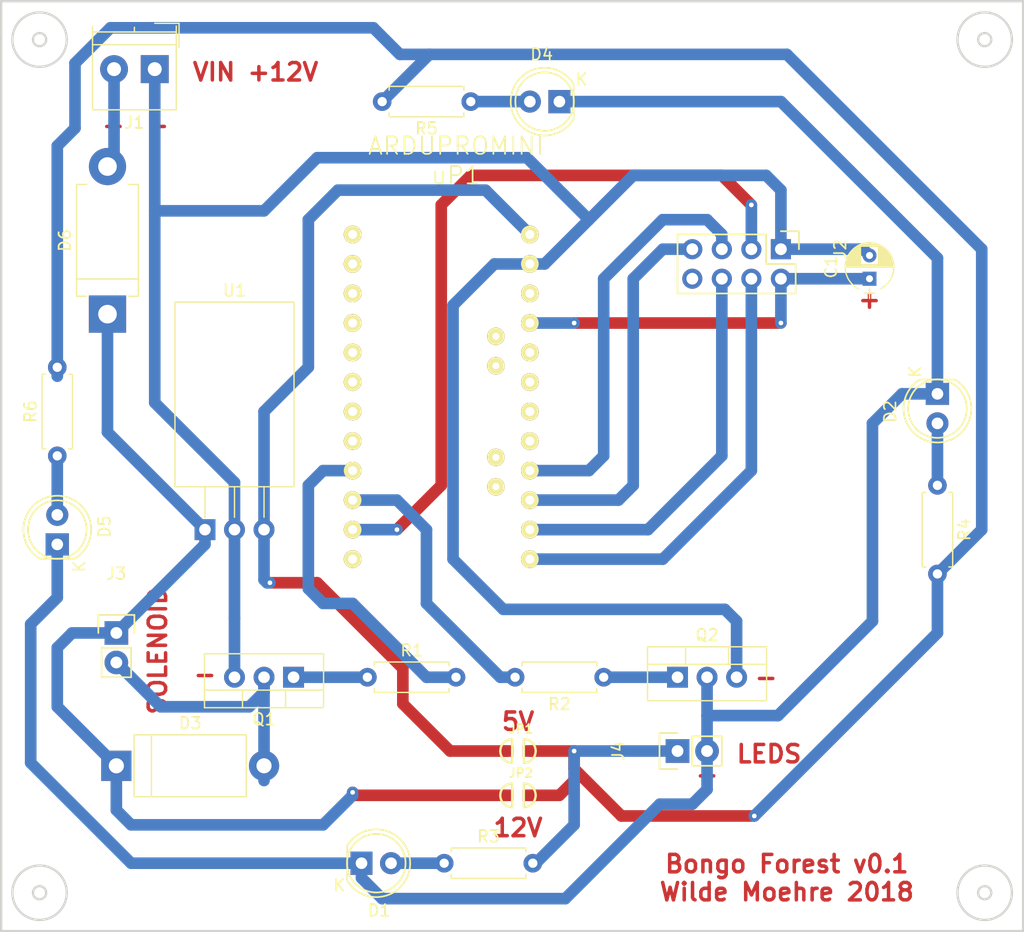
<source format=kicad_pcb>
(kicad_pcb (version 4) (host pcbnew 4.0.7)

  (general
    (links 41)
    (no_connects 0)
    (area 148.743999 81.433999 236.828001 161.644001)
    (thickness 1.6)
    (drawings 29)
    (tracks 165)
    (zones 0)
    (modules 23)
    (nets 37)
  )

  (page A4)
  (layers
    (0 F.Cu signal)
    (31 B.Cu signal)
    (32 B.Adhes user)
    (33 F.Adhes user)
    (34 B.Paste user)
    (35 F.Paste user)
    (36 B.SilkS user)
    (37 F.SilkS user)
    (38 B.Mask user)
    (39 F.Mask user)
    (40 Dwgs.User user)
    (41 Cmts.User user)
    (42 Eco1.User user)
    (43 Eco2.User user)
    (44 Edge.Cuts user)
    (45 Margin user)
    (46 B.CrtYd user)
    (47 F.CrtYd user)
    (48 B.Fab user)
    (49 F.Fab user)
  )

  (setup
    (last_trace_width 1)
    (trace_clearance 0.4)
    (zone_clearance 0.508)
    (zone_45_only no)
    (trace_min 0.5)
    (segment_width 0.2)
    (edge_width 0.2)
    (via_size 0.8)
    (via_drill 0.4)
    (via_min_size 0.4)
    (via_min_drill 0.3)
    (uvia_size 0.3)
    (uvia_drill 0.1)
    (uvias_allowed no)
    (uvia_min_size 0.2)
    (uvia_min_drill 0.1)
    (pcb_text_width 0.3)
    (pcb_text_size 1.5 1.5)
    (mod_edge_width 0.15)
    (mod_text_size 1 1)
    (mod_text_width 0.15)
    (pad_size 1.524 1.524)
    (pad_drill 0.762)
    (pad_to_mask_clearance 0.2)
    (aux_axis_origin 0 0)
    (visible_elements FFFFFF7F)
    (pcbplotparams
      (layerselection 0x1ffff_80000001)
      (usegerberextensions false)
      (excludeedgelayer false)
      (linewidth 0.100000)
      (plotframeref false)
      (viasonmask false)
      (mode 1)
      (useauxorigin false)
      (hpglpennumber 1)
      (hpglpenspeed 20)
      (hpglpendiameter 15)
      (hpglpenoverlay 2)
      (psnegative false)
      (psa4output false)
      (plotreference true)
      (plotvalue true)
      (plotinvisibletext false)
      (padsonsilk false)
      (subtractmaskfromsilk false)
      (outputformat 4)
      (mirror false)
      (drillshape 2)
      (scaleselection 1)
      (outputdirectory export/))
  )

  (net 0 "")
  (net 1 +3V3)
  (net 2 GND)
  (net 3 "Net-(D1-Pad1)")
  (net 4 "Net-(D1-Pad2)")
  (net 5 "Net-(D2-Pad2)")
  (net 6 +12V)
  (net 7 "Net-(D3-Pad2)")
  (net 8 "Net-(D4-Pad2)")
  (net 9 "Net-(D5-Pad2)")
  (net 10 "Net-(J2-Pad3)")
  (net 11 "Net-(J2-Pad4)")
  (net 12 "Net-(J2-Pad5)")
  (net 13 "Net-(J2-Pad6)")
  (net 14 "Net-(J2-Pad7)")
  (net 15 "Net-(J2-Pad8)")
  (net 16 "Net-(J4-Pad1)")
  (net 17 +5V)
  (net 18 "Net-(Q1-Pad1)")
  (net 19 "Net-(Q2-Pad1)")
  (net 20 "Net-(R1-Pad2)")
  (net 21 "Net-(R2-Pad2)")
  (net 22 "Net-(uP1-Pad7)")
  (net 23 "Net-(uP1-Pad8)")
  (net 24 "Net-(uP1-Pad9)")
  (net 25 "Net-(uP1-Pad10)")
  (net 26 "Net-(uP1-Pad11)")
  (net 27 "Net-(uP1-Pad12)")
  (net 28 "Net-(uP1-Pad13)")
  (net 29 "Net-(uP1-Pad14)")
  (net 30 "Net-(uP1-Pad18)")
  (net 31 "Net-(uP1-Pad21)")
  (net 32 "Net-(uP1-Pad23)")
  (net 33 "Net-(uP1-Pad24)")
  (net 34 "Net-(uP1-Pad25)")
  (net 35 "Net-(uP1-Pad26)")
  (net 36 "Net-(D6-Pad2)")

  (net_class Default "This is the default net class."
    (clearance 0.4)
    (trace_width 1)
    (via_dia 0.8)
    (via_drill 0.4)
    (uvia_dia 0.3)
    (uvia_drill 0.1)
    (add_net +12V)
    (add_net +3V3)
    (add_net +5V)
    (add_net GND)
    (add_net "Net-(D1-Pad1)")
    (add_net "Net-(D1-Pad2)")
    (add_net "Net-(D2-Pad2)")
    (add_net "Net-(D3-Pad2)")
    (add_net "Net-(D4-Pad2)")
    (add_net "Net-(D5-Pad2)")
    (add_net "Net-(D6-Pad2)")
    (add_net "Net-(J2-Pad3)")
    (add_net "Net-(J2-Pad4)")
    (add_net "Net-(J2-Pad5)")
    (add_net "Net-(J2-Pad6)")
    (add_net "Net-(J2-Pad7)")
    (add_net "Net-(J2-Pad8)")
    (add_net "Net-(J4-Pad1)")
    (add_net "Net-(Q1-Pad1)")
    (add_net "Net-(Q2-Pad1)")
    (add_net "Net-(R1-Pad2)")
    (add_net "Net-(R2-Pad2)")
    (add_net "Net-(uP1-Pad10)")
    (add_net "Net-(uP1-Pad11)")
    (add_net "Net-(uP1-Pad12)")
    (add_net "Net-(uP1-Pad13)")
    (add_net "Net-(uP1-Pad14)")
    (add_net "Net-(uP1-Pad18)")
    (add_net "Net-(uP1-Pad21)")
    (add_net "Net-(uP1-Pad23)")
    (add_net "Net-(uP1-Pad24)")
    (add_net "Net-(uP1-Pad25)")
    (add_net "Net-(uP1-Pad26)")
    (add_net "Net-(uP1-Pad7)")
    (add_net "Net-(uP1-Pad8)")
    (add_net "Net-(uP1-Pad9)")
  )

  (module Capacitors_THT:CP_Radial_D4.0mm_P2.00mm (layer F.Cu) (tedit 597BC7C2) (tstamp 5B2528A9)
    (at 223.52 105.41 90)
    (descr "CP, Radial series, Radial, pin pitch=2.00mm, , diameter=4mm, Electrolytic Capacitor")
    (tags "CP Radial series Radial pin pitch 2.00mm  diameter 4mm Electrolytic Capacitor")
    (path /5B253EA8)
    (fp_text reference C1 (at 1 -3.31 90) (layer F.SilkS)
      (effects (font (size 1 1) (thickness 0.15)))
    )
    (fp_text value CP (at 1 3.31 90) (layer F.Fab)
      (effects (font (size 1 1) (thickness 0.15)))
    )
    (fp_arc (start 1 0) (end -0.845996 -0.98) (angle 124.1) (layer F.SilkS) (width 0.12))
    (fp_arc (start 1 0) (end -0.845996 0.98) (angle -124.1) (layer F.SilkS) (width 0.12))
    (fp_arc (start 1 0) (end 2.845996 -0.98) (angle 55.9) (layer F.SilkS) (width 0.12))
    (fp_circle (center 1 0) (end 3 0) (layer F.Fab) (width 0.1))
    (fp_line (start -1.7 0) (end -0.8 0) (layer F.Fab) (width 0.1))
    (fp_line (start -1.25 -0.45) (end -1.25 0.45) (layer F.Fab) (width 0.1))
    (fp_line (start 1 -2.05) (end 1 2.05) (layer F.SilkS) (width 0.12))
    (fp_line (start 1.04 -2.05) (end 1.04 2.05) (layer F.SilkS) (width 0.12))
    (fp_line (start 1.08 -2.049) (end 1.08 2.049) (layer F.SilkS) (width 0.12))
    (fp_line (start 1.12 -2.047) (end 1.12 2.047) (layer F.SilkS) (width 0.12))
    (fp_line (start 1.16 -2.044) (end 1.16 2.044) (layer F.SilkS) (width 0.12))
    (fp_line (start 1.2 -2.041) (end 1.2 2.041) (layer F.SilkS) (width 0.12))
    (fp_line (start 1.24 -2.037) (end 1.24 -0.78) (layer F.SilkS) (width 0.12))
    (fp_line (start 1.24 0.78) (end 1.24 2.037) (layer F.SilkS) (width 0.12))
    (fp_line (start 1.28 -2.032) (end 1.28 -0.78) (layer F.SilkS) (width 0.12))
    (fp_line (start 1.28 0.78) (end 1.28 2.032) (layer F.SilkS) (width 0.12))
    (fp_line (start 1.32 -2.026) (end 1.32 -0.78) (layer F.SilkS) (width 0.12))
    (fp_line (start 1.32 0.78) (end 1.32 2.026) (layer F.SilkS) (width 0.12))
    (fp_line (start 1.36 -2.019) (end 1.36 -0.78) (layer F.SilkS) (width 0.12))
    (fp_line (start 1.36 0.78) (end 1.36 2.019) (layer F.SilkS) (width 0.12))
    (fp_line (start 1.4 -2.012) (end 1.4 -0.78) (layer F.SilkS) (width 0.12))
    (fp_line (start 1.4 0.78) (end 1.4 2.012) (layer F.SilkS) (width 0.12))
    (fp_line (start 1.44 -2.004) (end 1.44 -0.78) (layer F.SilkS) (width 0.12))
    (fp_line (start 1.44 0.78) (end 1.44 2.004) (layer F.SilkS) (width 0.12))
    (fp_line (start 1.48 -1.995) (end 1.48 -0.78) (layer F.SilkS) (width 0.12))
    (fp_line (start 1.48 0.78) (end 1.48 1.995) (layer F.SilkS) (width 0.12))
    (fp_line (start 1.52 -1.985) (end 1.52 -0.78) (layer F.SilkS) (width 0.12))
    (fp_line (start 1.52 0.78) (end 1.52 1.985) (layer F.SilkS) (width 0.12))
    (fp_line (start 1.56 -1.974) (end 1.56 -0.78) (layer F.SilkS) (width 0.12))
    (fp_line (start 1.56 0.78) (end 1.56 1.974) (layer F.SilkS) (width 0.12))
    (fp_line (start 1.6 -1.963) (end 1.6 -0.78) (layer F.SilkS) (width 0.12))
    (fp_line (start 1.6 0.78) (end 1.6 1.963) (layer F.SilkS) (width 0.12))
    (fp_line (start 1.64 -1.95) (end 1.64 -0.78) (layer F.SilkS) (width 0.12))
    (fp_line (start 1.64 0.78) (end 1.64 1.95) (layer F.SilkS) (width 0.12))
    (fp_line (start 1.68 -1.937) (end 1.68 -0.78) (layer F.SilkS) (width 0.12))
    (fp_line (start 1.68 0.78) (end 1.68 1.937) (layer F.SilkS) (width 0.12))
    (fp_line (start 1.721 -1.923) (end 1.721 -0.78) (layer F.SilkS) (width 0.12))
    (fp_line (start 1.721 0.78) (end 1.721 1.923) (layer F.SilkS) (width 0.12))
    (fp_line (start 1.761 -1.907) (end 1.761 -0.78) (layer F.SilkS) (width 0.12))
    (fp_line (start 1.761 0.78) (end 1.761 1.907) (layer F.SilkS) (width 0.12))
    (fp_line (start 1.801 -1.891) (end 1.801 -0.78) (layer F.SilkS) (width 0.12))
    (fp_line (start 1.801 0.78) (end 1.801 1.891) (layer F.SilkS) (width 0.12))
    (fp_line (start 1.841 -1.874) (end 1.841 -0.78) (layer F.SilkS) (width 0.12))
    (fp_line (start 1.841 0.78) (end 1.841 1.874) (layer F.SilkS) (width 0.12))
    (fp_line (start 1.881 -1.856) (end 1.881 -0.78) (layer F.SilkS) (width 0.12))
    (fp_line (start 1.881 0.78) (end 1.881 1.856) (layer F.SilkS) (width 0.12))
    (fp_line (start 1.921 -1.837) (end 1.921 -0.78) (layer F.SilkS) (width 0.12))
    (fp_line (start 1.921 0.78) (end 1.921 1.837) (layer F.SilkS) (width 0.12))
    (fp_line (start 1.961 -1.817) (end 1.961 -0.78) (layer F.SilkS) (width 0.12))
    (fp_line (start 1.961 0.78) (end 1.961 1.817) (layer F.SilkS) (width 0.12))
    (fp_line (start 2.001 -1.796) (end 2.001 -0.78) (layer F.SilkS) (width 0.12))
    (fp_line (start 2.001 0.78) (end 2.001 1.796) (layer F.SilkS) (width 0.12))
    (fp_line (start 2.041 -1.773) (end 2.041 -0.78) (layer F.SilkS) (width 0.12))
    (fp_line (start 2.041 0.78) (end 2.041 1.773) (layer F.SilkS) (width 0.12))
    (fp_line (start 2.081 -1.75) (end 2.081 -0.78) (layer F.SilkS) (width 0.12))
    (fp_line (start 2.081 0.78) (end 2.081 1.75) (layer F.SilkS) (width 0.12))
    (fp_line (start 2.121 -1.725) (end 2.121 -0.78) (layer F.SilkS) (width 0.12))
    (fp_line (start 2.121 0.78) (end 2.121 1.725) (layer F.SilkS) (width 0.12))
    (fp_line (start 2.161 -1.699) (end 2.161 -0.78) (layer F.SilkS) (width 0.12))
    (fp_line (start 2.161 0.78) (end 2.161 1.699) (layer F.SilkS) (width 0.12))
    (fp_line (start 2.201 -1.672) (end 2.201 -0.78) (layer F.SilkS) (width 0.12))
    (fp_line (start 2.201 0.78) (end 2.201 1.672) (layer F.SilkS) (width 0.12))
    (fp_line (start 2.241 -1.643) (end 2.241 -0.78) (layer F.SilkS) (width 0.12))
    (fp_line (start 2.241 0.78) (end 2.241 1.643) (layer F.SilkS) (width 0.12))
    (fp_line (start 2.281 -1.613) (end 2.281 -0.78) (layer F.SilkS) (width 0.12))
    (fp_line (start 2.281 0.78) (end 2.281 1.613) (layer F.SilkS) (width 0.12))
    (fp_line (start 2.321 -1.581) (end 2.321 -0.78) (layer F.SilkS) (width 0.12))
    (fp_line (start 2.321 0.78) (end 2.321 1.581) (layer F.SilkS) (width 0.12))
    (fp_line (start 2.361 -1.547) (end 2.361 -0.78) (layer F.SilkS) (width 0.12))
    (fp_line (start 2.361 0.78) (end 2.361 1.547) (layer F.SilkS) (width 0.12))
    (fp_line (start 2.401 -1.512) (end 2.401 -0.78) (layer F.SilkS) (width 0.12))
    (fp_line (start 2.401 0.78) (end 2.401 1.512) (layer F.SilkS) (width 0.12))
    (fp_line (start 2.441 -1.475) (end 2.441 -0.78) (layer F.SilkS) (width 0.12))
    (fp_line (start 2.441 0.78) (end 2.441 1.475) (layer F.SilkS) (width 0.12))
    (fp_line (start 2.481 -1.436) (end 2.481 -0.78) (layer F.SilkS) (width 0.12))
    (fp_line (start 2.481 0.78) (end 2.481 1.436) (layer F.SilkS) (width 0.12))
    (fp_line (start 2.521 -1.395) (end 2.521 -0.78) (layer F.SilkS) (width 0.12))
    (fp_line (start 2.521 0.78) (end 2.521 1.395) (layer F.SilkS) (width 0.12))
    (fp_line (start 2.561 -1.351) (end 2.561 -0.78) (layer F.SilkS) (width 0.12))
    (fp_line (start 2.561 0.78) (end 2.561 1.351) (layer F.SilkS) (width 0.12))
    (fp_line (start 2.601 -1.305) (end 2.601 -0.78) (layer F.SilkS) (width 0.12))
    (fp_line (start 2.601 0.78) (end 2.601 1.305) (layer F.SilkS) (width 0.12))
    (fp_line (start 2.641 -1.256) (end 2.641 -0.78) (layer F.SilkS) (width 0.12))
    (fp_line (start 2.641 0.78) (end 2.641 1.256) (layer F.SilkS) (width 0.12))
    (fp_line (start 2.681 -1.204) (end 2.681 -0.78) (layer F.SilkS) (width 0.12))
    (fp_line (start 2.681 0.78) (end 2.681 1.204) (layer F.SilkS) (width 0.12))
    (fp_line (start 2.721 -1.148) (end 2.721 -0.78) (layer F.SilkS) (width 0.12))
    (fp_line (start 2.721 0.78) (end 2.721 1.148) (layer F.SilkS) (width 0.12))
    (fp_line (start 2.761 -1.088) (end 2.761 -0.78) (layer F.SilkS) (width 0.12))
    (fp_line (start 2.761 0.78) (end 2.761 1.088) (layer F.SilkS) (width 0.12))
    (fp_line (start 2.801 -1.023) (end 2.801 1.023) (layer F.SilkS) (width 0.12))
    (fp_line (start 2.841 -0.952) (end 2.841 0.952) (layer F.SilkS) (width 0.12))
    (fp_line (start 2.881 -0.874) (end 2.881 0.874) (layer F.SilkS) (width 0.12))
    (fp_line (start 2.921 -0.786) (end 2.921 0.786) (layer F.SilkS) (width 0.12))
    (fp_line (start 2.961 -0.686) (end 2.961 0.686) (layer F.SilkS) (width 0.12))
    (fp_line (start 3.001 -0.567) (end 3.001 0.567) (layer F.SilkS) (width 0.12))
    (fp_line (start 3.041 -0.415) (end 3.041 0.415) (layer F.SilkS) (width 0.12))
    (fp_line (start 3.081 -0.165) (end 3.081 0.165) (layer F.SilkS) (width 0.12))
    (fp_line (start -1.7 0) (end -0.8 0) (layer F.SilkS) (width 0.12))
    (fp_line (start -1.25 -0.45) (end -1.25 0.45) (layer F.SilkS) (width 0.12))
    (fp_line (start -1.35 -2.35) (end -1.35 2.35) (layer F.CrtYd) (width 0.05))
    (fp_line (start -1.35 2.35) (end 3.35 2.35) (layer F.CrtYd) (width 0.05))
    (fp_line (start 3.35 2.35) (end 3.35 -2.35) (layer F.CrtYd) (width 0.05))
    (fp_line (start 3.35 -2.35) (end -1.35 -2.35) (layer F.CrtYd) (width 0.05))
    (fp_text user %R (at 1 0 90) (layer F.Fab)
      (effects (font (size 1 1) (thickness 0.15)))
    )
    (pad 1 thru_hole rect (at 0 0 90) (size 1.2 1.2) (drill 0.6) (layers *.Cu *.Mask)
      (net 1 +3V3))
    (pad 2 thru_hole circle (at 2 0 90) (size 1.2 1.2) (drill 0.6) (layers *.Cu *.Mask)
      (net 2 GND))
    (model ${KISYS3DMOD}/Capacitors_THT.3dshapes/CP_Radial_D4.0mm_P2.00mm.wrl
      (at (xyz 0 0 0))
      (scale (xyz 1 1 1))
      (rotate (xyz 0 0 0))
    )
  )

  (module LEDs:LED-5MM (layer F.Cu) (tedit 5570F7EA) (tstamp 5B2528AF)
    (at 179.832 155.702)
    (descr "LED 5mm round vertical")
    (tags "LED 5mm round vertical")
    (path /5B2533D6)
    (fp_text reference D1 (at 1.524 4.064) (layer F.SilkS)
      (effects (font (size 1 1) (thickness 0.15)))
    )
    (fp_text value LED (at 1.524 -3.937) (layer F.Fab)
      (effects (font (size 1 1) (thickness 0.15)))
    )
    (fp_line (start -1.5 -1.55) (end -1.5 1.55) (layer F.CrtYd) (width 0.05))
    (fp_arc (start 1.3 0) (end -1.5 1.55) (angle -302) (layer F.CrtYd) (width 0.05))
    (fp_arc (start 1.27 0) (end -1.23 -1.5) (angle 297.5) (layer F.SilkS) (width 0.15))
    (fp_line (start -1.23 1.5) (end -1.23 -1.5) (layer F.SilkS) (width 0.15))
    (fp_circle (center 1.27 0) (end 0.97 -2.5) (layer F.SilkS) (width 0.15))
    (fp_text user K (at -1.905 1.905) (layer F.SilkS)
      (effects (font (size 1 1) (thickness 0.15)))
    )
    (pad 1 thru_hole rect (at 0 0 90) (size 2 1.9) (drill 1.00076) (layers *.Cu *.Mask)
      (net 3 "Net-(D1-Pad1)"))
    (pad 2 thru_hole circle (at 2.54 0) (size 1.9 1.9) (drill 1.00076) (layers *.Cu *.Mask)
      (net 4 "Net-(D1-Pad2)"))
    (model LEDs.3dshapes/LED-5MM.wrl
      (at (xyz 0.05 0 0))
      (scale (xyz 1 1 1))
      (rotate (xyz 0 0 90))
    )
  )

  (module LEDs:LED-5MM (layer F.Cu) (tedit 5570F7EA) (tstamp 5B2528B5)
    (at 229.362 115.316 270)
    (descr "LED 5mm round vertical")
    (tags "LED 5mm round vertical")
    (path /5B252F6B)
    (fp_text reference D2 (at 1.524 4.064 270) (layer F.SilkS)
      (effects (font (size 1 1) (thickness 0.15)))
    )
    (fp_text value LED (at 1.524 -3.937 270) (layer F.Fab)
      (effects (font (size 1 1) (thickness 0.15)))
    )
    (fp_line (start -1.5 -1.55) (end -1.5 1.55) (layer F.CrtYd) (width 0.05))
    (fp_arc (start 1.3 0) (end -1.5 1.55) (angle -302) (layer F.CrtYd) (width 0.05))
    (fp_arc (start 1.27 0) (end -1.23 -1.5) (angle 297.5) (layer F.SilkS) (width 0.15))
    (fp_line (start -1.23 1.5) (end -1.23 -1.5) (layer F.SilkS) (width 0.15))
    (fp_circle (center 1.27 0) (end 0.97 -2.5) (layer F.SilkS) (width 0.15))
    (fp_text user K (at -1.905 1.905 270) (layer F.SilkS)
      (effects (font (size 1 1) (thickness 0.15)))
    )
    (pad 1 thru_hole rect (at 0 0) (size 2 1.9) (drill 1.00076) (layers *.Cu *.Mask)
      (net 3 "Net-(D1-Pad1)"))
    (pad 2 thru_hole circle (at 2.54 0 270) (size 1.9 1.9) (drill 1.00076) (layers *.Cu *.Mask)
      (net 5 "Net-(D2-Pad2)"))
    (model LEDs.3dshapes/LED-5MM.wrl
      (at (xyz 0.05 0 0))
      (scale (xyz 1 1 1))
      (rotate (xyz 0 0 90))
    )
  )

  (module Diodes_THT:D_DO-201_P12.70mm_Horizontal (layer F.Cu) (tedit 5921392E) (tstamp 5B2528BB)
    (at 158.75 147.32)
    (descr "D, DO-201 series, Axial, Horizontal, pin pitch=12.7mm, , length*diameter=9.53*5.21mm^2, , http://www.diodes.com/_files/packages/DO-201.pdf")
    (tags "D DO-201 series Axial Horizontal pin pitch 12.7mm  length 9.53mm diameter 5.21mm")
    (path /5B251F2C)
    (fp_text reference D3 (at 6.35 -3.665) (layer F.SilkS)
      (effects (font (size 1 1) (thickness 0.15)))
    )
    (fp_text value D (at 6.35 3.665) (layer F.Fab)
      (effects (font (size 1 1) (thickness 0.15)))
    )
    (fp_text user %R (at 6.35 0) (layer F.Fab)
      (effects (font (size 1 1) (thickness 0.15)))
    )
    (fp_line (start 1.585 -2.605) (end 1.585 2.605) (layer F.Fab) (width 0.1))
    (fp_line (start 1.585 2.605) (end 11.115 2.605) (layer F.Fab) (width 0.1))
    (fp_line (start 11.115 2.605) (end 11.115 -2.605) (layer F.Fab) (width 0.1))
    (fp_line (start 11.115 -2.605) (end 1.585 -2.605) (layer F.Fab) (width 0.1))
    (fp_line (start 0 0) (end 1.585 0) (layer F.Fab) (width 0.1))
    (fp_line (start 12.7 0) (end 11.115 0) (layer F.Fab) (width 0.1))
    (fp_line (start 3.0145 -2.605) (end 3.0145 2.605) (layer F.Fab) (width 0.1))
    (fp_line (start 1.525 -2.665) (end 1.525 2.665) (layer F.SilkS) (width 0.12))
    (fp_line (start 1.525 2.665) (end 11.175 2.665) (layer F.SilkS) (width 0.12))
    (fp_line (start 11.175 2.665) (end 11.175 -2.665) (layer F.SilkS) (width 0.12))
    (fp_line (start 11.175 -2.665) (end 1.525 -2.665) (layer F.SilkS) (width 0.12))
    (fp_line (start 1.48 0) (end 1.525 0) (layer F.SilkS) (width 0.12))
    (fp_line (start 11.22 0) (end 11.175 0) (layer F.SilkS) (width 0.12))
    (fp_line (start 3.0145 -2.665) (end 3.0145 2.665) (layer F.SilkS) (width 0.12))
    (fp_line (start -1.55 -2.95) (end -1.55 2.95) (layer F.CrtYd) (width 0.05))
    (fp_line (start -1.55 2.95) (end 14.25 2.95) (layer F.CrtYd) (width 0.05))
    (fp_line (start 14.25 2.95) (end 14.25 -2.95) (layer F.CrtYd) (width 0.05))
    (fp_line (start 14.25 -2.95) (end -1.55 -2.95) (layer F.CrtYd) (width 0.05))
    (pad 1 thru_hole rect (at 0 0) (size 2.6 2.6) (drill 1.3) (layers *.Cu *.Mask)
      (net 6 +12V))
    (pad 2 thru_hole oval (at 12.7 0) (size 2.6 2.6) (drill 1.3) (layers *.Cu *.Mask)
      (net 7 "Net-(D3-Pad2)"))
    (model ${KISYS3DMOD}/Diodes_THT.3dshapes/D_DO-201_P12.70mm_Horizontal.wrl
      (at (xyz 0 0 0))
      (scale (xyz 0.393701 0.393701 0.393701))
      (rotate (xyz 0 0 0))
    )
  )

  (module LEDs:LED-5MM (layer F.Cu) (tedit 5570F7EA) (tstamp 5B2528C1)
    (at 196.85 90.17 180)
    (descr "LED 5mm round vertical")
    (tags "LED 5mm round vertical")
    (path /5B253478)
    (fp_text reference D4 (at 1.524 4.064 180) (layer F.SilkS)
      (effects (font (size 1 1) (thickness 0.15)))
    )
    (fp_text value LED (at 1.524 -3.937 180) (layer F.Fab)
      (effects (font (size 1 1) (thickness 0.15)))
    )
    (fp_line (start -1.5 -1.55) (end -1.5 1.55) (layer F.CrtYd) (width 0.05))
    (fp_arc (start 1.3 0) (end -1.5 1.55) (angle -302) (layer F.CrtYd) (width 0.05))
    (fp_arc (start 1.27 0) (end -1.23 -1.5) (angle 297.5) (layer F.SilkS) (width 0.15))
    (fp_line (start -1.23 1.5) (end -1.23 -1.5) (layer F.SilkS) (width 0.15))
    (fp_circle (center 1.27 0) (end 0.97 -2.5) (layer F.SilkS) (width 0.15))
    (fp_text user K (at -1.905 1.905 180) (layer F.SilkS)
      (effects (font (size 1 1) (thickness 0.15)))
    )
    (pad 1 thru_hole rect (at 0 0 270) (size 2 1.9) (drill 1.00076) (layers *.Cu *.Mask)
      (net 3 "Net-(D1-Pad1)"))
    (pad 2 thru_hole circle (at 2.54 0 180) (size 1.9 1.9) (drill 1.00076) (layers *.Cu *.Mask)
      (net 8 "Net-(D4-Pad2)"))
    (model LEDs.3dshapes/LED-5MM.wrl
      (at (xyz 0.05 0 0))
      (scale (xyz 1 1 1))
      (rotate (xyz 0 0 90))
    )
  )

  (module LEDs:LED-5MM (layer F.Cu) (tedit 5570F7EA) (tstamp 5B2528C7)
    (at 153.67 128.27 90)
    (descr "LED 5mm round vertical")
    (tags "LED 5mm round vertical")
    (path /5B25346C)
    (fp_text reference D5 (at 1.524 4.064 90) (layer F.SilkS)
      (effects (font (size 1 1) (thickness 0.15)))
    )
    (fp_text value LED (at 1.524 -3.937 90) (layer F.Fab)
      (effects (font (size 1 1) (thickness 0.15)))
    )
    (fp_line (start -1.5 -1.55) (end -1.5 1.55) (layer F.CrtYd) (width 0.05))
    (fp_arc (start 1.3 0) (end -1.5 1.55) (angle -302) (layer F.CrtYd) (width 0.05))
    (fp_arc (start 1.27 0) (end -1.23 -1.5) (angle 297.5) (layer F.SilkS) (width 0.15))
    (fp_line (start -1.23 1.5) (end -1.23 -1.5) (layer F.SilkS) (width 0.15))
    (fp_circle (center 1.27 0) (end 0.97 -2.5) (layer F.SilkS) (width 0.15))
    (fp_text user K (at -1.905 1.905 90) (layer F.SilkS)
      (effects (font (size 1 1) (thickness 0.15)))
    )
    (pad 1 thru_hole rect (at 0 0 180) (size 2 1.9) (drill 1.00076) (layers *.Cu *.Mask)
      (net 3 "Net-(D1-Pad1)"))
    (pad 2 thru_hole circle (at 2.54 0 90) (size 1.9 1.9) (drill 1.00076) (layers *.Cu *.Mask)
      (net 9 "Net-(D5-Pad2)"))
    (model LEDs.3dshapes/LED-5MM.wrl
      (at (xyz 0.05 0 0))
      (scale (xyz 1 1 1))
      (rotate (xyz 0 0 90))
    )
  )

  (module Connectors_Terminal_Blocks:TerminalBlock_4UCON_19963_02x3.5mm_Straight (layer F.Cu) (tedit 596E7C65) (tstamp 5B2528CD)
    (at 162.052 87.376 180)
    (descr "2-way 3.5mm pitch terminal block, https://cdn-shop.adafruit.com/datasheets/19963.pdf")
    (tags "screw terminal block")
    (path /5B250DBE)
    (fp_text reference J1 (at 1.75 -4.6 180) (layer F.SilkS)
      (effects (font (size 1 1) (thickness 0.15)))
    )
    (fp_text value Screw_Terminal_01x02 (at 1.75 5.1 180) (layer F.Fab)
      (effects (font (size 1 1) (thickness 0.15)))
    )
    (fp_line (start -2.25 -3.9) (end -2.25 4.1) (layer F.CrtYd) (width 0.05))
    (fp_line (start -2.25 4.1) (end 5.75 4.1) (layer F.CrtYd) (width 0.05))
    (fp_line (start 5.75 4.1) (end 5.75 -3.9) (layer F.CrtYd) (width 0.05))
    (fp_line (start 5.75 -3.9) (end -2.25 -3.9) (layer F.CrtYd) (width 0.05))
    (fp_line (start -1.75 2.1) (end 5.25 2.1) (layer F.Fab) (width 0.1))
    (fp_line (start -1.75 3.2) (end 5.25 3.2) (layer F.Fab) (width 0.1))
    (fp_line (start -1.75 3.6) (end -1.75 -3.4) (layer F.Fab) (width 0.1))
    (fp_line (start -1.75 -3.4) (end 5.25 -3.4) (layer F.Fab) (width 0.1))
    (fp_line (start 5.25 -3.4) (end 5.25 3.6) (layer F.Fab) (width 0.1))
    (fp_line (start 1.75 3.2) (end 1.75 3.6) (layer F.Fab) (width 0.1))
    (fp_line (start -2.09 1.85) (end -2.09 3.94) (layer F.Fab) (width 0.1))
    (fp_line (start -2.09 3.94) (end 0 3.94) (layer F.Fab) (width 0.1))
    (fp_line (start -1.85 2.1) (end 5.35 2.1) (layer F.SilkS) (width 0.12))
    (fp_line (start -1.85 3.2) (end 5.35 3.2) (layer F.SilkS) (width 0.12))
    (fp_line (start -1.85 3.7) (end -1.85 -3.5) (layer F.SilkS) (width 0.12))
    (fp_line (start -1.85 -3.5) (end 5.35 -3.5) (layer F.SilkS) (width 0.12))
    (fp_line (start 5.35 -3.5) (end 5.35 3.7) (layer F.SilkS) (width 0.12))
    (fp_line (start 1.75 3.2) (end 1.75 3.6) (layer F.SilkS) (width 0.12))
    (fp_line (start -2.09 1.85) (end -2.09 3.94) (layer F.SilkS) (width 0.12))
    (fp_line (start -2.09 3.94) (end 0 3.94) (layer F.SilkS) (width 0.12))
    (fp_text user %R (at 1.75 0.1 180) (layer F.Fab)
      (effects (font (size 1 1) (thickness 0.15)))
    )
    (pad 1 thru_hole rect (at 0 0 180) (size 2.4 2.4) (drill 1.2) (layers *.Cu *.Mask)
      (net 2 GND))
    (pad 2 thru_hole circle (at 3.5 0 180) (size 2.4 2.4) (drill 1.2) (layers *.Cu *.Mask)
      (net 36 "Net-(D6-Pad2)"))
    (model ${KISYS3DMOD}/Connectors_Terminal_Blocks.3dshapes/TerminalBlock_4UCON_19963_02x3.5mm_Straight.wrl
      (at (xyz 0 0 0))
      (scale (xyz 1 1 1))
      (rotate (xyz 0 0 0))
    )
  )

  (module Pin_Headers:Pin_Header_Straight_2x04 (layer F.Cu) (tedit 0) (tstamp 5B2528D9)
    (at 215.9 102.87 270)
    (descr "Through hole pin header")
    (tags "pin header")
    (path /5B250F5F)
    (fp_text reference J2 (at 0 -5.1 270) (layer F.SilkS)
      (effects (font (size 1 1) (thickness 0.15)))
    )
    (fp_text value Conn_02x04_Odd_Even (at 0 -3.1 270) (layer F.Fab)
      (effects (font (size 1 1) (thickness 0.15)))
    )
    (fp_line (start -1.75 -1.75) (end -1.75 9.4) (layer F.CrtYd) (width 0.05))
    (fp_line (start 4.3 -1.75) (end 4.3 9.4) (layer F.CrtYd) (width 0.05))
    (fp_line (start -1.75 -1.75) (end 4.3 -1.75) (layer F.CrtYd) (width 0.05))
    (fp_line (start -1.75 9.4) (end 4.3 9.4) (layer F.CrtYd) (width 0.05))
    (fp_line (start -1.27 1.27) (end -1.27 8.89) (layer F.SilkS) (width 0.15))
    (fp_line (start -1.27 8.89) (end 3.81 8.89) (layer F.SilkS) (width 0.15))
    (fp_line (start 3.81 8.89) (end 3.81 -1.27) (layer F.SilkS) (width 0.15))
    (fp_line (start 3.81 -1.27) (end 1.27 -1.27) (layer F.SilkS) (width 0.15))
    (fp_line (start 0 -1.55) (end -1.55 -1.55) (layer F.SilkS) (width 0.15))
    (fp_line (start 1.27 -1.27) (end 1.27 1.27) (layer F.SilkS) (width 0.15))
    (fp_line (start 1.27 1.27) (end -1.27 1.27) (layer F.SilkS) (width 0.15))
    (fp_line (start -1.55 -1.55) (end -1.55 0) (layer F.SilkS) (width 0.15))
    (pad 1 thru_hole rect (at 0 0 270) (size 1.7272 1.7272) (drill 1.016) (layers *.Cu *.Mask)
      (net 2 GND))
    (pad 2 thru_hole oval (at 2.54 0 270) (size 1.7272 1.7272) (drill 1.016) (layers *.Cu *.Mask)
      (net 1 +3V3))
    (pad 3 thru_hole oval (at 0 2.54 270) (size 1.7272 1.7272) (drill 1.016) (layers *.Cu *.Mask)
      (net 10 "Net-(J2-Pad3)"))
    (pad 4 thru_hole oval (at 2.54 2.54 270) (size 1.7272 1.7272) (drill 1.016) (layers *.Cu *.Mask)
      (net 11 "Net-(J2-Pad4)"))
    (pad 5 thru_hole oval (at 0 5.08 270) (size 1.7272 1.7272) (drill 1.016) (layers *.Cu *.Mask)
      (net 12 "Net-(J2-Pad5)"))
    (pad 6 thru_hole oval (at 2.54 5.08 270) (size 1.7272 1.7272) (drill 1.016) (layers *.Cu *.Mask)
      (net 13 "Net-(J2-Pad6)"))
    (pad 7 thru_hole oval (at 0 7.62 270) (size 1.7272 1.7272) (drill 1.016) (layers *.Cu *.Mask)
      (net 14 "Net-(J2-Pad7)"))
    (pad 8 thru_hole oval (at 2.54 7.62 270) (size 1.7272 1.7272) (drill 1.016) (layers *.Cu *.Mask)
      (net 15 "Net-(J2-Pad8)"))
    (model Pin_Headers.3dshapes/Pin_Header_Straight_2x04.wrl
      (at (xyz 0.05 -0.15 0))
      (scale (xyz 1 1 1))
      (rotate (xyz 0 0 90))
    )
  )

  (module Pin_Headers:Pin_Header_Straight_1x02 (layer F.Cu) (tedit 54EA090C) (tstamp 5B2528DF)
    (at 158.75 135.89)
    (descr "Through hole pin header")
    (tags "pin header")
    (path /5B251EBE)
    (fp_text reference J3 (at 0 -5.1) (layer F.SilkS)
      (effects (font (size 1 1) (thickness 0.15)))
    )
    (fp_text value Conn_01x02 (at 0 -3.1) (layer F.Fab)
      (effects (font (size 1 1) (thickness 0.15)))
    )
    (fp_line (start 1.27 1.27) (end 1.27 3.81) (layer F.SilkS) (width 0.15))
    (fp_line (start 1.55 -1.55) (end 1.55 0) (layer F.SilkS) (width 0.15))
    (fp_line (start -1.75 -1.75) (end -1.75 4.3) (layer F.CrtYd) (width 0.05))
    (fp_line (start 1.75 -1.75) (end 1.75 4.3) (layer F.CrtYd) (width 0.05))
    (fp_line (start -1.75 -1.75) (end 1.75 -1.75) (layer F.CrtYd) (width 0.05))
    (fp_line (start -1.75 4.3) (end 1.75 4.3) (layer F.CrtYd) (width 0.05))
    (fp_line (start 1.27 1.27) (end -1.27 1.27) (layer F.SilkS) (width 0.15))
    (fp_line (start -1.55 0) (end -1.55 -1.55) (layer F.SilkS) (width 0.15))
    (fp_line (start -1.55 -1.55) (end 1.55 -1.55) (layer F.SilkS) (width 0.15))
    (fp_line (start -1.27 1.27) (end -1.27 3.81) (layer F.SilkS) (width 0.15))
    (fp_line (start -1.27 3.81) (end 1.27 3.81) (layer F.SilkS) (width 0.15))
    (pad 1 thru_hole rect (at 0 0) (size 2.032 2.032) (drill 1.016) (layers *.Cu *.Mask)
      (net 6 +12V))
    (pad 2 thru_hole oval (at 0 2.54) (size 2.032 2.032) (drill 1.016) (layers *.Cu *.Mask)
      (net 7 "Net-(D3-Pad2)"))
    (model Pin_Headers.3dshapes/Pin_Header_Straight_1x02.wrl
      (at (xyz 0 -0.05 0))
      (scale (xyz 1 1 1))
      (rotate (xyz 0 0 90))
    )
  )

  (module Pin_Headers:Pin_Header_Straight_1x02 (layer F.Cu) (tedit 54EA090C) (tstamp 5B2528E5)
    (at 207.01 146.05 90)
    (descr "Through hole pin header")
    (tags "pin header")
    (path /5B2528A7)
    (fp_text reference J4 (at 0 -5.1 90) (layer F.SilkS)
      (effects (font (size 1 1) (thickness 0.15)))
    )
    (fp_text value Conn_01x02 (at 0 -3.1 90) (layer F.Fab)
      (effects (font (size 1 1) (thickness 0.15)))
    )
    (fp_line (start 1.27 1.27) (end 1.27 3.81) (layer F.SilkS) (width 0.15))
    (fp_line (start 1.55 -1.55) (end 1.55 0) (layer F.SilkS) (width 0.15))
    (fp_line (start -1.75 -1.75) (end -1.75 4.3) (layer F.CrtYd) (width 0.05))
    (fp_line (start 1.75 -1.75) (end 1.75 4.3) (layer F.CrtYd) (width 0.05))
    (fp_line (start -1.75 -1.75) (end 1.75 -1.75) (layer F.CrtYd) (width 0.05))
    (fp_line (start -1.75 4.3) (end 1.75 4.3) (layer F.CrtYd) (width 0.05))
    (fp_line (start 1.27 1.27) (end -1.27 1.27) (layer F.SilkS) (width 0.15))
    (fp_line (start -1.55 0) (end -1.55 -1.55) (layer F.SilkS) (width 0.15))
    (fp_line (start -1.55 -1.55) (end 1.55 -1.55) (layer F.SilkS) (width 0.15))
    (fp_line (start -1.27 1.27) (end -1.27 3.81) (layer F.SilkS) (width 0.15))
    (fp_line (start -1.27 3.81) (end 1.27 3.81) (layer F.SilkS) (width 0.15))
    (pad 1 thru_hole rect (at 0 0 90) (size 2.032 2.032) (drill 1.016) (layers *.Cu *.Mask)
      (net 16 "Net-(J4-Pad1)"))
    (pad 2 thru_hole oval (at 0 2.54 90) (size 2.032 2.032) (drill 1.016) (layers *.Cu *.Mask)
      (net 3 "Net-(D1-Pad1)"))
    (model Pin_Headers.3dshapes/Pin_Header_Straight_1x02.wrl
      (at (xyz 0 -0.05 0))
      (scale (xyz 1 1 1))
      (rotate (xyz 0 0 90))
    )
  )

  (module TO_SOT_Packages_THT:TO-220_Vertical (layer F.Cu) (tedit 58CE52AD) (tstamp 5B2528F8)
    (at 173.99 139.7 180)
    (descr "TO-220, Vertical, RM 2.54mm")
    (tags "TO-220 Vertical RM 2.54mm")
    (path /5B251D3A)
    (fp_text reference Q1 (at 2.54 -3.62 180) (layer F.SilkS)
      (effects (font (size 1 1) (thickness 0.15)))
    )
    (fp_text value TIP120 (at 2.54 3.92 180) (layer F.Fab)
      (effects (font (size 1 1) (thickness 0.15)))
    )
    (fp_text user %R (at 2.54 -3.62 180) (layer F.Fab)
      (effects (font (size 1 1) (thickness 0.15)))
    )
    (fp_line (start -2.46 -2.5) (end -2.46 1.9) (layer F.Fab) (width 0.1))
    (fp_line (start -2.46 1.9) (end 7.54 1.9) (layer F.Fab) (width 0.1))
    (fp_line (start 7.54 1.9) (end 7.54 -2.5) (layer F.Fab) (width 0.1))
    (fp_line (start 7.54 -2.5) (end -2.46 -2.5) (layer F.Fab) (width 0.1))
    (fp_line (start -2.46 -1.23) (end 7.54 -1.23) (layer F.Fab) (width 0.1))
    (fp_line (start 0.69 -2.5) (end 0.69 -1.23) (layer F.Fab) (width 0.1))
    (fp_line (start 4.39 -2.5) (end 4.39 -1.23) (layer F.Fab) (width 0.1))
    (fp_line (start -2.58 -2.62) (end 7.66 -2.62) (layer F.SilkS) (width 0.12))
    (fp_line (start -2.58 2.021) (end 7.66 2.021) (layer F.SilkS) (width 0.12))
    (fp_line (start -2.58 -2.62) (end -2.58 2.021) (layer F.SilkS) (width 0.12))
    (fp_line (start 7.66 -2.62) (end 7.66 2.021) (layer F.SilkS) (width 0.12))
    (fp_line (start -2.58 -1.11) (end 7.66 -1.11) (layer F.SilkS) (width 0.12))
    (fp_line (start 0.69 -2.62) (end 0.69 -1.11) (layer F.SilkS) (width 0.12))
    (fp_line (start 4.391 -2.62) (end 4.391 -1.11) (layer F.SilkS) (width 0.12))
    (fp_line (start -2.71 -2.75) (end -2.71 2.16) (layer F.CrtYd) (width 0.05))
    (fp_line (start -2.71 2.16) (end 7.79 2.16) (layer F.CrtYd) (width 0.05))
    (fp_line (start 7.79 2.16) (end 7.79 -2.75) (layer F.CrtYd) (width 0.05))
    (fp_line (start 7.79 -2.75) (end -2.71 -2.75) (layer F.CrtYd) (width 0.05))
    (pad 1 thru_hole rect (at 0 0 180) (size 1.8 1.8) (drill 1) (layers *.Cu *.Mask)
      (net 18 "Net-(Q1-Pad1)"))
    (pad 2 thru_hole oval (at 2.54 0 180) (size 1.8 1.8) (drill 1) (layers *.Cu *.Mask)
      (net 7 "Net-(D3-Pad2)"))
    (pad 3 thru_hole oval (at 5.08 0 180) (size 1.8 1.8) (drill 1) (layers *.Cu *.Mask)
      (net 2 GND))
    (model ${KISYS3DMOD}/TO_SOT_Packages_THT.3dshapes/TO-220_Vertical.wrl
      (at (xyz 0.1 0 0))
      (scale (xyz 0.393701 0.393701 0.393701))
      (rotate (xyz 0 0 0))
    )
  )

  (module TO_SOT_Packages_THT:TO-220_Vertical (layer F.Cu) (tedit 58CE52AD) (tstamp 5B2528FF)
    (at 207.01 139.7)
    (descr "TO-220, Vertical, RM 2.54mm")
    (tags "TO-220 Vertical RM 2.54mm")
    (path /5B2525A7)
    (fp_text reference Q2 (at 2.54 -3.62) (layer F.SilkS)
      (effects (font (size 1 1) (thickness 0.15)))
    )
    (fp_text value TIP120 (at 2.54 3.92) (layer F.Fab)
      (effects (font (size 1 1) (thickness 0.15)))
    )
    (fp_text user %R (at 2.54 -3.62) (layer F.Fab)
      (effects (font (size 1 1) (thickness 0.15)))
    )
    (fp_line (start -2.46 -2.5) (end -2.46 1.9) (layer F.Fab) (width 0.1))
    (fp_line (start -2.46 1.9) (end 7.54 1.9) (layer F.Fab) (width 0.1))
    (fp_line (start 7.54 1.9) (end 7.54 -2.5) (layer F.Fab) (width 0.1))
    (fp_line (start 7.54 -2.5) (end -2.46 -2.5) (layer F.Fab) (width 0.1))
    (fp_line (start -2.46 -1.23) (end 7.54 -1.23) (layer F.Fab) (width 0.1))
    (fp_line (start 0.69 -2.5) (end 0.69 -1.23) (layer F.Fab) (width 0.1))
    (fp_line (start 4.39 -2.5) (end 4.39 -1.23) (layer F.Fab) (width 0.1))
    (fp_line (start -2.58 -2.62) (end 7.66 -2.62) (layer F.SilkS) (width 0.12))
    (fp_line (start -2.58 2.021) (end 7.66 2.021) (layer F.SilkS) (width 0.12))
    (fp_line (start -2.58 -2.62) (end -2.58 2.021) (layer F.SilkS) (width 0.12))
    (fp_line (start 7.66 -2.62) (end 7.66 2.021) (layer F.SilkS) (width 0.12))
    (fp_line (start -2.58 -1.11) (end 7.66 -1.11) (layer F.SilkS) (width 0.12))
    (fp_line (start 0.69 -2.62) (end 0.69 -1.11) (layer F.SilkS) (width 0.12))
    (fp_line (start 4.391 -2.62) (end 4.391 -1.11) (layer F.SilkS) (width 0.12))
    (fp_line (start -2.71 -2.75) (end -2.71 2.16) (layer F.CrtYd) (width 0.05))
    (fp_line (start -2.71 2.16) (end 7.79 2.16) (layer F.CrtYd) (width 0.05))
    (fp_line (start 7.79 2.16) (end 7.79 -2.75) (layer F.CrtYd) (width 0.05))
    (fp_line (start 7.79 -2.75) (end -2.71 -2.75) (layer F.CrtYd) (width 0.05))
    (pad 1 thru_hole rect (at 0 0) (size 1.8 1.8) (drill 1) (layers *.Cu *.Mask)
      (net 19 "Net-(Q2-Pad1)"))
    (pad 2 thru_hole oval (at 2.54 0) (size 1.8 1.8) (drill 1) (layers *.Cu *.Mask)
      (net 3 "Net-(D1-Pad1)"))
    (pad 3 thru_hole oval (at 5.08 0) (size 1.8 1.8) (drill 1) (layers *.Cu *.Mask)
      (net 2 GND))
    (model ${KISYS3DMOD}/TO_SOT_Packages_THT.3dshapes/TO-220_Vertical.wrl
      (at (xyz 0.1 0 0))
      (scale (xyz 0.393701 0.393701 0.393701))
      (rotate (xyz 0 0 0))
    )
  )

  (module Resistors_THT:R_Axial_DIN0207_L6.3mm_D2.5mm_P7.62mm_Horizontal (layer F.Cu) (tedit 5874F706) (tstamp 5B252905)
    (at 180.34 139.7)
    (descr "Resistor, Axial_DIN0207 series, Axial, Horizontal, pin pitch=7.62mm, 0.25W = 1/4W, length*diameter=6.3*2.5mm^2, http://cdn-reichelt.de/documents/datenblatt/B400/1_4W%23YAG.pdf")
    (tags "Resistor Axial_DIN0207 series Axial Horizontal pin pitch 7.62mm 0.25W = 1/4W length 6.3mm diameter 2.5mm")
    (path /5B251E0C)
    (fp_text reference R1 (at 3.81 -2.31) (layer F.SilkS)
      (effects (font (size 1 1) (thickness 0.15)))
    )
    (fp_text value R (at 3.81 2.31) (layer F.Fab)
      (effects (font (size 1 1) (thickness 0.15)))
    )
    (fp_line (start 0.66 -1.25) (end 0.66 1.25) (layer F.Fab) (width 0.1))
    (fp_line (start 0.66 1.25) (end 6.96 1.25) (layer F.Fab) (width 0.1))
    (fp_line (start 6.96 1.25) (end 6.96 -1.25) (layer F.Fab) (width 0.1))
    (fp_line (start 6.96 -1.25) (end 0.66 -1.25) (layer F.Fab) (width 0.1))
    (fp_line (start 0 0) (end 0.66 0) (layer F.Fab) (width 0.1))
    (fp_line (start 7.62 0) (end 6.96 0) (layer F.Fab) (width 0.1))
    (fp_line (start 0.6 -0.98) (end 0.6 -1.31) (layer F.SilkS) (width 0.12))
    (fp_line (start 0.6 -1.31) (end 7.02 -1.31) (layer F.SilkS) (width 0.12))
    (fp_line (start 7.02 -1.31) (end 7.02 -0.98) (layer F.SilkS) (width 0.12))
    (fp_line (start 0.6 0.98) (end 0.6 1.31) (layer F.SilkS) (width 0.12))
    (fp_line (start 0.6 1.31) (end 7.02 1.31) (layer F.SilkS) (width 0.12))
    (fp_line (start 7.02 1.31) (end 7.02 0.98) (layer F.SilkS) (width 0.12))
    (fp_line (start -1.05 -1.6) (end -1.05 1.6) (layer F.CrtYd) (width 0.05))
    (fp_line (start -1.05 1.6) (end 8.7 1.6) (layer F.CrtYd) (width 0.05))
    (fp_line (start 8.7 1.6) (end 8.7 -1.6) (layer F.CrtYd) (width 0.05))
    (fp_line (start 8.7 -1.6) (end -1.05 -1.6) (layer F.CrtYd) (width 0.05))
    (pad 1 thru_hole circle (at 0 0) (size 1.6 1.6) (drill 0.8) (layers *.Cu *.Mask)
      (net 18 "Net-(Q1-Pad1)"))
    (pad 2 thru_hole oval (at 7.62 0) (size 1.6 1.6) (drill 0.8) (layers *.Cu *.Mask)
      (net 20 "Net-(R1-Pad2)"))
    (model ${KISYS3DMOD}/Resistors_THT.3dshapes/R_Axial_DIN0207_L6.3mm_D2.5mm_P7.62mm_Horizontal.wrl
      (at (xyz 0 0 0))
      (scale (xyz 0.393701 0.393701 0.393701))
      (rotate (xyz 0 0 0))
    )
  )

  (module Resistors_THT:R_Axial_DIN0207_L6.3mm_D2.5mm_P7.62mm_Horizontal (layer F.Cu) (tedit 5874F706) (tstamp 5B25290B)
    (at 200.66 139.7 180)
    (descr "Resistor, Axial_DIN0207 series, Axial, Horizontal, pin pitch=7.62mm, 0.25W = 1/4W, length*diameter=6.3*2.5mm^2, http://cdn-reichelt.de/documents/datenblatt/B400/1_4W%23YAG.pdf")
    (tags "Resistor Axial_DIN0207 series Axial Horizontal pin pitch 7.62mm 0.25W = 1/4W length 6.3mm diameter 2.5mm")
    (path /5B25260C)
    (fp_text reference R2 (at 3.81 -2.31 180) (layer F.SilkS)
      (effects (font (size 1 1) (thickness 0.15)))
    )
    (fp_text value R (at 3.81 2.31 180) (layer F.Fab)
      (effects (font (size 1 1) (thickness 0.15)))
    )
    (fp_line (start 0.66 -1.25) (end 0.66 1.25) (layer F.Fab) (width 0.1))
    (fp_line (start 0.66 1.25) (end 6.96 1.25) (layer F.Fab) (width 0.1))
    (fp_line (start 6.96 1.25) (end 6.96 -1.25) (layer F.Fab) (width 0.1))
    (fp_line (start 6.96 -1.25) (end 0.66 -1.25) (layer F.Fab) (width 0.1))
    (fp_line (start 0 0) (end 0.66 0) (layer F.Fab) (width 0.1))
    (fp_line (start 7.62 0) (end 6.96 0) (layer F.Fab) (width 0.1))
    (fp_line (start 0.6 -0.98) (end 0.6 -1.31) (layer F.SilkS) (width 0.12))
    (fp_line (start 0.6 -1.31) (end 7.02 -1.31) (layer F.SilkS) (width 0.12))
    (fp_line (start 7.02 -1.31) (end 7.02 -0.98) (layer F.SilkS) (width 0.12))
    (fp_line (start 0.6 0.98) (end 0.6 1.31) (layer F.SilkS) (width 0.12))
    (fp_line (start 0.6 1.31) (end 7.02 1.31) (layer F.SilkS) (width 0.12))
    (fp_line (start 7.02 1.31) (end 7.02 0.98) (layer F.SilkS) (width 0.12))
    (fp_line (start -1.05 -1.6) (end -1.05 1.6) (layer F.CrtYd) (width 0.05))
    (fp_line (start -1.05 1.6) (end 8.7 1.6) (layer F.CrtYd) (width 0.05))
    (fp_line (start 8.7 1.6) (end 8.7 -1.6) (layer F.CrtYd) (width 0.05))
    (fp_line (start 8.7 -1.6) (end -1.05 -1.6) (layer F.CrtYd) (width 0.05))
    (pad 1 thru_hole circle (at 0 0 180) (size 1.6 1.6) (drill 0.8) (layers *.Cu *.Mask)
      (net 19 "Net-(Q2-Pad1)"))
    (pad 2 thru_hole oval (at 7.62 0 180) (size 1.6 1.6) (drill 0.8) (layers *.Cu *.Mask)
      (net 21 "Net-(R2-Pad2)"))
    (model ${KISYS3DMOD}/Resistors_THT.3dshapes/R_Axial_DIN0207_L6.3mm_D2.5mm_P7.62mm_Horizontal.wrl
      (at (xyz 0 0 0))
      (scale (xyz 0.393701 0.393701 0.393701))
      (rotate (xyz 0 0 0))
    )
  )

  (module Resistors_THT:R_Axial_DIN0207_L6.3mm_D2.5mm_P7.62mm_Horizontal (layer F.Cu) (tedit 5874F706) (tstamp 5B252911)
    (at 186.944 155.702)
    (descr "Resistor, Axial_DIN0207 series, Axial, Horizontal, pin pitch=7.62mm, 0.25W = 1/4W, length*diameter=6.3*2.5mm^2, http://cdn-reichelt.de/documents/datenblatt/B400/1_4W%23YAG.pdf")
    (tags "Resistor Axial_DIN0207 series Axial Horizontal pin pitch 7.62mm 0.25W = 1/4W length 6.3mm diameter 2.5mm")
    (path /5B2533DC)
    (fp_text reference R3 (at 3.81 -2.31) (layer F.SilkS)
      (effects (font (size 1 1) (thickness 0.15)))
    )
    (fp_text value R (at 3.81 2.31) (layer F.Fab)
      (effects (font (size 1 1) (thickness 0.15)))
    )
    (fp_line (start 0.66 -1.25) (end 0.66 1.25) (layer F.Fab) (width 0.1))
    (fp_line (start 0.66 1.25) (end 6.96 1.25) (layer F.Fab) (width 0.1))
    (fp_line (start 6.96 1.25) (end 6.96 -1.25) (layer F.Fab) (width 0.1))
    (fp_line (start 6.96 -1.25) (end 0.66 -1.25) (layer F.Fab) (width 0.1))
    (fp_line (start 0 0) (end 0.66 0) (layer F.Fab) (width 0.1))
    (fp_line (start 7.62 0) (end 6.96 0) (layer F.Fab) (width 0.1))
    (fp_line (start 0.6 -0.98) (end 0.6 -1.31) (layer F.SilkS) (width 0.12))
    (fp_line (start 0.6 -1.31) (end 7.02 -1.31) (layer F.SilkS) (width 0.12))
    (fp_line (start 7.02 -1.31) (end 7.02 -0.98) (layer F.SilkS) (width 0.12))
    (fp_line (start 0.6 0.98) (end 0.6 1.31) (layer F.SilkS) (width 0.12))
    (fp_line (start 0.6 1.31) (end 7.02 1.31) (layer F.SilkS) (width 0.12))
    (fp_line (start 7.02 1.31) (end 7.02 0.98) (layer F.SilkS) (width 0.12))
    (fp_line (start -1.05 -1.6) (end -1.05 1.6) (layer F.CrtYd) (width 0.05))
    (fp_line (start -1.05 1.6) (end 8.7 1.6) (layer F.CrtYd) (width 0.05))
    (fp_line (start 8.7 1.6) (end 8.7 -1.6) (layer F.CrtYd) (width 0.05))
    (fp_line (start 8.7 -1.6) (end -1.05 -1.6) (layer F.CrtYd) (width 0.05))
    (pad 1 thru_hole circle (at 0 0) (size 1.6 1.6) (drill 0.8) (layers *.Cu *.Mask)
      (net 4 "Net-(D1-Pad2)"))
    (pad 2 thru_hole oval (at 7.62 0) (size 1.6 1.6) (drill 0.8) (layers *.Cu *.Mask)
      (net 16 "Net-(J4-Pad1)"))
    (model ${KISYS3DMOD}/Resistors_THT.3dshapes/R_Axial_DIN0207_L6.3mm_D2.5mm_P7.62mm_Horizontal.wrl
      (at (xyz 0 0 0))
      (scale (xyz 0.393701 0.393701 0.393701))
      (rotate (xyz 0 0 0))
    )
  )

  (module Resistors_THT:R_Axial_DIN0207_L6.3mm_D2.5mm_P7.62mm_Horizontal (layer F.Cu) (tedit 5874F706) (tstamp 5B252917)
    (at 229.362 123.19 270)
    (descr "Resistor, Axial_DIN0207 series, Axial, Horizontal, pin pitch=7.62mm, 0.25W = 1/4W, length*diameter=6.3*2.5mm^2, http://cdn-reichelt.de/documents/datenblatt/B400/1_4W%23YAG.pdf")
    (tags "Resistor Axial_DIN0207 series Axial Horizontal pin pitch 7.62mm 0.25W = 1/4W length 6.3mm diameter 2.5mm")
    (path /5B2531CD)
    (fp_text reference R4 (at 3.81 -2.31 270) (layer F.SilkS)
      (effects (font (size 1 1) (thickness 0.15)))
    )
    (fp_text value R (at 3.81 2.31 270) (layer F.Fab)
      (effects (font (size 1 1) (thickness 0.15)))
    )
    (fp_line (start 0.66 -1.25) (end 0.66 1.25) (layer F.Fab) (width 0.1))
    (fp_line (start 0.66 1.25) (end 6.96 1.25) (layer F.Fab) (width 0.1))
    (fp_line (start 6.96 1.25) (end 6.96 -1.25) (layer F.Fab) (width 0.1))
    (fp_line (start 6.96 -1.25) (end 0.66 -1.25) (layer F.Fab) (width 0.1))
    (fp_line (start 0 0) (end 0.66 0) (layer F.Fab) (width 0.1))
    (fp_line (start 7.62 0) (end 6.96 0) (layer F.Fab) (width 0.1))
    (fp_line (start 0.6 -0.98) (end 0.6 -1.31) (layer F.SilkS) (width 0.12))
    (fp_line (start 0.6 -1.31) (end 7.02 -1.31) (layer F.SilkS) (width 0.12))
    (fp_line (start 7.02 -1.31) (end 7.02 -0.98) (layer F.SilkS) (width 0.12))
    (fp_line (start 0.6 0.98) (end 0.6 1.31) (layer F.SilkS) (width 0.12))
    (fp_line (start 0.6 1.31) (end 7.02 1.31) (layer F.SilkS) (width 0.12))
    (fp_line (start 7.02 1.31) (end 7.02 0.98) (layer F.SilkS) (width 0.12))
    (fp_line (start -1.05 -1.6) (end -1.05 1.6) (layer F.CrtYd) (width 0.05))
    (fp_line (start -1.05 1.6) (end 8.7 1.6) (layer F.CrtYd) (width 0.05))
    (fp_line (start 8.7 1.6) (end 8.7 -1.6) (layer F.CrtYd) (width 0.05))
    (fp_line (start 8.7 -1.6) (end -1.05 -1.6) (layer F.CrtYd) (width 0.05))
    (pad 1 thru_hole circle (at 0 0 270) (size 1.6 1.6) (drill 0.8) (layers *.Cu *.Mask)
      (net 5 "Net-(D2-Pad2)"))
    (pad 2 thru_hole oval (at 7.62 0 270) (size 1.6 1.6) (drill 0.8) (layers *.Cu *.Mask)
      (net 16 "Net-(J4-Pad1)"))
    (model ${KISYS3DMOD}/Resistors_THT.3dshapes/R_Axial_DIN0207_L6.3mm_D2.5mm_P7.62mm_Horizontal.wrl
      (at (xyz 0 0 0))
      (scale (xyz 0.393701 0.393701 0.393701))
      (rotate (xyz 0 0 0))
    )
  )

  (module Resistors_THT:R_Axial_DIN0207_L6.3mm_D2.5mm_P7.62mm_Horizontal (layer F.Cu) (tedit 5874F706) (tstamp 5B25291D)
    (at 189.23 90.17 180)
    (descr "Resistor, Axial_DIN0207 series, Axial, Horizontal, pin pitch=7.62mm, 0.25W = 1/4W, length*diameter=6.3*2.5mm^2, http://cdn-reichelt.de/documents/datenblatt/B400/1_4W%23YAG.pdf")
    (tags "Resistor Axial_DIN0207 series Axial Horizontal pin pitch 7.62mm 0.25W = 1/4W length 6.3mm diameter 2.5mm")
    (path /5B25347E)
    (fp_text reference R5 (at 3.81 -2.31 180) (layer F.SilkS)
      (effects (font (size 1 1) (thickness 0.15)))
    )
    (fp_text value R (at 3.81 2.31 180) (layer F.Fab)
      (effects (font (size 1 1) (thickness 0.15)))
    )
    (fp_line (start 0.66 -1.25) (end 0.66 1.25) (layer F.Fab) (width 0.1))
    (fp_line (start 0.66 1.25) (end 6.96 1.25) (layer F.Fab) (width 0.1))
    (fp_line (start 6.96 1.25) (end 6.96 -1.25) (layer F.Fab) (width 0.1))
    (fp_line (start 6.96 -1.25) (end 0.66 -1.25) (layer F.Fab) (width 0.1))
    (fp_line (start 0 0) (end 0.66 0) (layer F.Fab) (width 0.1))
    (fp_line (start 7.62 0) (end 6.96 0) (layer F.Fab) (width 0.1))
    (fp_line (start 0.6 -0.98) (end 0.6 -1.31) (layer F.SilkS) (width 0.12))
    (fp_line (start 0.6 -1.31) (end 7.02 -1.31) (layer F.SilkS) (width 0.12))
    (fp_line (start 7.02 -1.31) (end 7.02 -0.98) (layer F.SilkS) (width 0.12))
    (fp_line (start 0.6 0.98) (end 0.6 1.31) (layer F.SilkS) (width 0.12))
    (fp_line (start 0.6 1.31) (end 7.02 1.31) (layer F.SilkS) (width 0.12))
    (fp_line (start 7.02 1.31) (end 7.02 0.98) (layer F.SilkS) (width 0.12))
    (fp_line (start -1.05 -1.6) (end -1.05 1.6) (layer F.CrtYd) (width 0.05))
    (fp_line (start -1.05 1.6) (end 8.7 1.6) (layer F.CrtYd) (width 0.05))
    (fp_line (start 8.7 1.6) (end 8.7 -1.6) (layer F.CrtYd) (width 0.05))
    (fp_line (start 8.7 -1.6) (end -1.05 -1.6) (layer F.CrtYd) (width 0.05))
    (pad 1 thru_hole circle (at 0 0 180) (size 1.6 1.6) (drill 0.8) (layers *.Cu *.Mask)
      (net 8 "Net-(D4-Pad2)"))
    (pad 2 thru_hole oval (at 7.62 0 180) (size 1.6 1.6) (drill 0.8) (layers *.Cu *.Mask)
      (net 16 "Net-(J4-Pad1)"))
    (model ${KISYS3DMOD}/Resistors_THT.3dshapes/R_Axial_DIN0207_L6.3mm_D2.5mm_P7.62mm_Horizontal.wrl
      (at (xyz 0 0 0))
      (scale (xyz 0.393701 0.393701 0.393701))
      (rotate (xyz 0 0 0))
    )
  )

  (module Resistors_THT:R_Axial_DIN0207_L6.3mm_D2.5mm_P7.62mm_Horizontal (layer F.Cu) (tedit 5874F706) (tstamp 5B252923)
    (at 153.67 120.65 90)
    (descr "Resistor, Axial_DIN0207 series, Axial, Horizontal, pin pitch=7.62mm, 0.25W = 1/4W, length*diameter=6.3*2.5mm^2, http://cdn-reichelt.de/documents/datenblatt/B400/1_4W%23YAG.pdf")
    (tags "Resistor Axial_DIN0207 series Axial Horizontal pin pitch 7.62mm 0.25W = 1/4W length 6.3mm diameter 2.5mm")
    (path /5B253472)
    (fp_text reference R6 (at 3.81 -2.31 90) (layer F.SilkS)
      (effects (font (size 1 1) (thickness 0.15)))
    )
    (fp_text value R (at 3.81 2.31 90) (layer F.Fab)
      (effects (font (size 1 1) (thickness 0.15)))
    )
    (fp_line (start 0.66 -1.25) (end 0.66 1.25) (layer F.Fab) (width 0.1))
    (fp_line (start 0.66 1.25) (end 6.96 1.25) (layer F.Fab) (width 0.1))
    (fp_line (start 6.96 1.25) (end 6.96 -1.25) (layer F.Fab) (width 0.1))
    (fp_line (start 6.96 -1.25) (end 0.66 -1.25) (layer F.Fab) (width 0.1))
    (fp_line (start 0 0) (end 0.66 0) (layer F.Fab) (width 0.1))
    (fp_line (start 7.62 0) (end 6.96 0) (layer F.Fab) (width 0.1))
    (fp_line (start 0.6 -0.98) (end 0.6 -1.31) (layer F.SilkS) (width 0.12))
    (fp_line (start 0.6 -1.31) (end 7.02 -1.31) (layer F.SilkS) (width 0.12))
    (fp_line (start 7.02 -1.31) (end 7.02 -0.98) (layer F.SilkS) (width 0.12))
    (fp_line (start 0.6 0.98) (end 0.6 1.31) (layer F.SilkS) (width 0.12))
    (fp_line (start 0.6 1.31) (end 7.02 1.31) (layer F.SilkS) (width 0.12))
    (fp_line (start 7.02 1.31) (end 7.02 0.98) (layer F.SilkS) (width 0.12))
    (fp_line (start -1.05 -1.6) (end -1.05 1.6) (layer F.CrtYd) (width 0.05))
    (fp_line (start -1.05 1.6) (end 8.7 1.6) (layer F.CrtYd) (width 0.05))
    (fp_line (start 8.7 1.6) (end 8.7 -1.6) (layer F.CrtYd) (width 0.05))
    (fp_line (start 8.7 -1.6) (end -1.05 -1.6) (layer F.CrtYd) (width 0.05))
    (pad 1 thru_hole circle (at 0 0 90) (size 1.6 1.6) (drill 0.8) (layers *.Cu *.Mask)
      (net 9 "Net-(D5-Pad2)"))
    (pad 2 thru_hole oval (at 7.62 0 90) (size 1.6 1.6) (drill 0.8) (layers *.Cu *.Mask)
      (net 16 "Net-(J4-Pad1)"))
    (model ${KISYS3DMOD}/Resistors_THT.3dshapes/R_Axial_DIN0207_L6.3mm_D2.5mm_P7.62mm_Horizontal.wrl
      (at (xyz 0 0 0))
      (scale (xyz 0.393701 0.393701 0.393701))
      (rotate (xyz 0 0 0))
    )
  )

  (module TO_SOT_Packages_THT:TO-220_Horizontal (layer F.Cu) (tedit 58CE52AD) (tstamp 5B25292B)
    (at 166.37 127)
    (descr "TO-220, Horizontal, RM 2.54mm")
    (tags "TO-220 Horizontal RM 2.54mm")
    (path /5B250C1B)
    (fp_text reference U1 (at 2.54 -20.58) (layer F.SilkS)
      (effects (font (size 1 1) (thickness 0.15)))
    )
    (fp_text value LF15_TO220 (at 2.54 1.9) (layer F.Fab)
      (effects (font (size 1 1) (thickness 0.15)))
    )
    (fp_text user %R (at 2.54 -20.58) (layer F.Fab)
      (effects (font (size 1 1) (thickness 0.15)))
    )
    (fp_line (start -2.46 -13.06) (end -2.46 -19.46) (layer F.Fab) (width 0.1))
    (fp_line (start -2.46 -19.46) (end 7.54 -19.46) (layer F.Fab) (width 0.1))
    (fp_line (start 7.54 -19.46) (end 7.54 -13.06) (layer F.Fab) (width 0.1))
    (fp_line (start 7.54 -13.06) (end -2.46 -13.06) (layer F.Fab) (width 0.1))
    (fp_line (start -2.46 -3.81) (end -2.46 -13.06) (layer F.Fab) (width 0.1))
    (fp_line (start -2.46 -13.06) (end 7.54 -13.06) (layer F.Fab) (width 0.1))
    (fp_line (start 7.54 -13.06) (end 7.54 -3.81) (layer F.Fab) (width 0.1))
    (fp_line (start 7.54 -3.81) (end -2.46 -3.81) (layer F.Fab) (width 0.1))
    (fp_line (start 0 -3.81) (end 0 0) (layer F.Fab) (width 0.1))
    (fp_line (start 2.54 -3.81) (end 2.54 0) (layer F.Fab) (width 0.1))
    (fp_line (start 5.08 -3.81) (end 5.08 0) (layer F.Fab) (width 0.1))
    (fp_line (start -2.58 -3.69) (end 7.66 -3.69) (layer F.SilkS) (width 0.12))
    (fp_line (start -2.58 -19.58) (end 7.66 -19.58) (layer F.SilkS) (width 0.12))
    (fp_line (start -2.58 -19.58) (end -2.58 -3.69) (layer F.SilkS) (width 0.12))
    (fp_line (start 7.66 -19.58) (end 7.66 -3.69) (layer F.SilkS) (width 0.12))
    (fp_line (start 0 -3.69) (end 0 -1.05) (layer F.SilkS) (width 0.12))
    (fp_line (start 2.54 -3.69) (end 2.54 -1.066) (layer F.SilkS) (width 0.12))
    (fp_line (start 5.08 -3.69) (end 5.08 -1.066) (layer F.SilkS) (width 0.12))
    (fp_line (start -2.71 -19.71) (end -2.71 1.15) (layer F.CrtYd) (width 0.05))
    (fp_line (start -2.71 1.15) (end 7.79 1.15) (layer F.CrtYd) (width 0.05))
    (fp_line (start 7.79 1.15) (end 7.79 -19.71) (layer F.CrtYd) (width 0.05))
    (fp_line (start 7.79 -19.71) (end -2.71 -19.71) (layer F.CrtYd) (width 0.05))
    (fp_circle (center 2.54 -16.66) (end 4.39 -16.66) (layer F.Fab) (width 0.1))
    (pad 0 np_thru_hole oval (at 2.54 -16.66) (size 3.5 3.5) (drill 3.5) (layers *.Cu *.Mask))
    (pad 1 thru_hole rect (at 0 0) (size 1.8 1.8) (drill 1) (layers *.Cu *.Mask)
      (net 6 +12V))
    (pad 2 thru_hole oval (at 2.54 0) (size 1.8 1.8) (drill 1) (layers *.Cu *.Mask)
      (net 2 GND))
    (pad 3 thru_hole oval (at 5.08 0) (size 1.8 1.8) (drill 1) (layers *.Cu *.Mask)
      (net 17 +5V))
    (model ${KISYS3DMOD}/TO_SOT_Packages_THT.3dshapes/TO-220_Horizontal.wrl
      (at (xyz 0.1 0 0))
      (scale (xyz 0.393701 0.393701 0.393701))
      (rotate (xyz 0 0 0))
    )
  )

  (module ArduProMiniTKB:ArduProMini-6 (layer F.Cu) (tedit 54CFF598) (tstamp 5B25294B)
    (at 176.53 95.25)
    (path /5B2511A9)
    (fp_text reference uP1 (at 11.43 1.27) (layer F.SilkS)
      (effects (font (size 1.5 1.5) (thickness 0.15)))
    )
    (fp_text value ARDUPROMINI (at 11.43 -1.27) (layer F.SilkS)
      (effects (font (size 1.5 1.5) (thickness 0.15)))
    )
    (pad 7 thru_hole circle (at 2.54 6.35) (size 1.524 1.524) (drill 0.762) (layers *.Cu *.Mask F.SilkS)
      (net 22 "Net-(uP1-Pad7)"))
    (pad 8 thru_hole circle (at 2.54 8.89) (size 1.524 1.524) (drill 0.762) (layers *.Cu *.Mask F.SilkS)
      (net 23 "Net-(uP1-Pad8)"))
    (pad 9 thru_hole circle (at 2.54 11.43) (size 1.524 1.524) (drill 0.762) (layers *.Cu *.Mask F.SilkS)
      (net 24 "Net-(uP1-Pad9)"))
    (pad 10 thru_hole circle (at 2.54 13.97) (size 1.524 1.524) (drill 0.762) (layers *.Cu *.Mask F.SilkS)
      (net 25 "Net-(uP1-Pad10)"))
    (pad 11 thru_hole circle (at 2.54 16.51) (size 1.524 1.524) (drill 0.762) (layers *.Cu *.Mask F.SilkS)
      (net 26 "Net-(uP1-Pad11)"))
    (pad 12 thru_hole circle (at 2.54 19.05) (size 1.524 1.524) (drill 0.762) (layers *.Cu *.Mask F.SilkS)
      (net 27 "Net-(uP1-Pad12)"))
    (pad 13 thru_hole circle (at 2.54 21.59) (size 1.524 1.524) (drill 0.762) (layers *.Cu *.Mask F.SilkS)
      (net 28 "Net-(uP1-Pad13)"))
    (pad 14 thru_hole circle (at 2.54 24.13) (size 1.524 1.524) (drill 0.762) (layers *.Cu *.Mask F.SilkS)
      (net 29 "Net-(uP1-Pad14)"))
    (pad 15 thru_hole circle (at 2.54 26.67) (size 1.524 1.524) (drill 0.762) (layers *.Cu *.Mask F.SilkS)
      (net 20 "Net-(R1-Pad2)"))
    (pad 16 thru_hole circle (at 2.54 29.21) (size 1.524 1.524) (drill 0.762) (layers *.Cu *.Mask F.SilkS)
      (net 21 "Net-(R2-Pad2)"))
    (pad 17 thru_hole circle (at 2.54 31.75) (size 1.524 1.524) (drill 0.762) (layers *.Cu *.Mask F.SilkS)
      (net 10 "Net-(J2-Pad3)"))
    (pad 18 thru_hole circle (at 2.54 34.29) (size 1.524 1.524) (drill 0.762) (layers *.Cu *.Mask F.SilkS)
      (net 30 "Net-(uP1-Pad18)"))
    (pad 19 thru_hole circle (at 17.78 6.35) (size 1.524 1.524) (drill 0.762) (layers *.Cu *.Mask F.SilkS)
      (net 17 +5V))
    (pad 20 thru_hole circle (at 17.78 8.89) (size 1.524 1.524) (drill 0.762) (layers *.Cu *.Mask F.SilkS)
      (net 2 GND))
    (pad 21 thru_hole circle (at 17.78 11.43) (size 1.524 1.524) (drill 0.762) (layers *.Cu *.Mask F.SilkS)
      (net 31 "Net-(uP1-Pad21)"))
    (pad 22 thru_hole circle (at 17.78 13.97) (size 1.524 1.524) (drill 0.762) (layers *.Cu *.Mask F.SilkS)
      (net 1 +3V3))
    (pad 23 thru_hole circle (at 17.78 16.51) (size 1.524 1.524) (drill 0.762) (layers *.Cu *.Mask F.SilkS)
      (net 32 "Net-(uP1-Pad23)"))
    (pad 24 thru_hole circle (at 17.78 19.05) (size 1.524 1.524) (drill 0.762) (layers *.Cu *.Mask F.SilkS)
      (net 33 "Net-(uP1-Pad24)"))
    (pad 25 thru_hole circle (at 17.78 21.59) (size 1.524 1.524) (drill 0.762) (layers *.Cu *.Mask F.SilkS)
      (net 34 "Net-(uP1-Pad25)"))
    (pad 26 thru_hole circle (at 17.78 24.13) (size 1.524 1.524) (drill 0.762) (layers *.Cu *.Mask F.SilkS)
      (net 35 "Net-(uP1-Pad26)"))
    (pad 27 thru_hole circle (at 17.78 26.67) (size 1.524 1.524) (drill 0.762) (layers *.Cu *.Mask F.SilkS)
      (net 12 "Net-(J2-Pad5)"))
    (pad 28 thru_hole circle (at 17.78 29.21) (size 1.524 1.524) (drill 0.762) (layers *.Cu *.Mask F.SilkS)
      (net 14 "Net-(J2-Pad7)"))
    (pad 29 thru_hole circle (at 17.78 31.75) (size 1.524 1.524) (drill 0.762) (layers *.Cu *.Mask F.SilkS)
      (net 13 "Net-(J2-Pad6)"))
    (pad 30 thru_hole circle (at 17.78 34.29) (size 1.524 1.524) (drill 0.762) (layers *.Cu *.Mask F.SilkS)
      (net 11 "Net-(J2-Pad4)"))
    (pad 31 thru_hole circle (at 14.859 15.113) (size 1.5 1.5) (drill 0.6) (layers *.Cu *.Mask F.SilkS))
    (pad 32 thru_hole circle (at 14.859 17.653) (size 1.5 1.5) (drill 0.6) (layers *.Cu *.Mask F.SilkS))
    (pad 34 thru_hole circle (at 14.859 25.527) (size 1.5 1.5) (drill 0.6) (layers *.Cu *.Mask F.SilkS))
    (pad 35 thru_hole circle (at 14.859 28.067) (size 1.5 1.5) (drill 0.6) (layers *.Cu *.Mask F.SilkS))
  )

  (module jumper:SOLDER-JUMPER_1-WAY_FAR (layer F.Cu) (tedit 0) (tstamp 5B2528EB)
    (at 193.04 146.05 180)
    (path /5B252AA1)
    (fp_text reference JP1 (at -0.5 1.905 180) (layer F.SilkS)
      (effects (font (size 0.762 0.762) (thickness 0.1524)))
    )
    (fp_text value Jumper_NO_Small (at -0.5 0 180) (layer F.SilkS) hide
      (effects (font (size 0.762 0.762) (thickness 0.1524)))
    )
    (fp_line (start 0.254 1.016) (end 0.254 -1.016) (layer F.SilkS) (width 0.2032))
    (fp_line (start -0.754 -1.016) (end -0.754 1.016) (layer F.SilkS) (width 0.2032))
    (fp_arc (start 0.254 0) (end 1.27 0) (angle 90) (layer F.SilkS) (width 0.2032))
    (fp_arc (start 0.254 0) (end 0.254 -1.016) (angle 90) (layer F.SilkS) (width 0.2032))
    (fp_arc (start -0.754 0) (end -1.77 0) (angle 90) (layer F.SilkS) (width 0.2032))
    (fp_arc (start -0.754 0) (end -0.754 1.016) (angle 90) (layer F.SilkS) (width 0.2032))
    (pad 1 smd rect (at -1.15 0 180) (size 1 1) (layers F.Cu F.Paste F.Mask)
      (net 16 "Net-(J4-Pad1)"))
    (pad 2 smd rect (at 0.65 0 180) (size 1 1) (layers F.Cu F.Paste F.Mask)
      (net 17 +5V))
  )

  (module jumper:SOLDER-JUMPER_1-WAY_FAR (layer F.Cu) (tedit 0) (tstamp 5B253708)
    (at 193.04 149.86 180)
    (path /5B2529D1)
    (fp_text reference JP2 (at -0.5 1.905 180) (layer F.SilkS)
      (effects (font (size 0.762 0.762) (thickness 0.1524)))
    )
    (fp_text value Jumper_NO_Small (at -0.5 0 180) (layer F.SilkS) hide
      (effects (font (size 0.762 0.762) (thickness 0.1524)))
    )
    (fp_line (start 0.254 1.016) (end 0.254 -1.016) (layer F.SilkS) (width 0.2032))
    (fp_line (start -0.754 -1.016) (end -0.754 1.016) (layer F.SilkS) (width 0.2032))
    (fp_arc (start 0.254 0) (end 1.27 0) (angle 90) (layer F.SilkS) (width 0.2032))
    (fp_arc (start 0.254 0) (end 0.254 -1.016) (angle 90) (layer F.SilkS) (width 0.2032))
    (fp_arc (start -0.754 0) (end -1.77 0) (angle 90) (layer F.SilkS) (width 0.2032))
    (fp_arc (start -0.754 0) (end -0.754 1.016) (angle 90) (layer F.SilkS) (width 0.2032))
    (pad 1 smd rect (at -1.15 0 180) (size 1 1) (layers F.Cu F.Paste F.Mask)
      (net 16 "Net-(J4-Pad1)"))
    (pad 2 smd rect (at 0.65 0 180) (size 1 1) (layers F.Cu F.Paste F.Mask)
      (net 6 +12V))
  )

  (module Diodes_THT:D_DO-201AD_P12.70mm_Horizontal (layer F.Cu) (tedit 5921392E) (tstamp 5B2542C1)
    (at 157.988 108.458 90)
    (descr "D, DO-201AD series, Axial, Horizontal, pin pitch=12.7mm, , length*diameter=9.5*5.2mm^2, , http://www.diodes.com/_files/packages/DO-201AD.pdf")
    (tags "D DO-201AD series Axial Horizontal pin pitch 12.7mm  length 9.5mm diameter 5.2mm")
    (path /5B25D838)
    (fp_text reference D6 (at 6.35 -3.66 90) (layer F.SilkS)
      (effects (font (size 1 1) (thickness 0.15)))
    )
    (fp_text value D (at 6.35 3.66 90) (layer F.Fab)
      (effects (font (size 1 1) (thickness 0.15)))
    )
    (fp_text user %R (at 6.35 0 90) (layer F.Fab)
      (effects (font (size 1 1) (thickness 0.15)))
    )
    (fp_line (start 1.6 -2.6) (end 1.6 2.6) (layer F.Fab) (width 0.1))
    (fp_line (start 1.6 2.6) (end 11.1 2.6) (layer F.Fab) (width 0.1))
    (fp_line (start 11.1 2.6) (end 11.1 -2.6) (layer F.Fab) (width 0.1))
    (fp_line (start 11.1 -2.6) (end 1.6 -2.6) (layer F.Fab) (width 0.1))
    (fp_line (start 0 0) (end 1.6 0) (layer F.Fab) (width 0.1))
    (fp_line (start 12.7 0) (end 11.1 0) (layer F.Fab) (width 0.1))
    (fp_line (start 3.025 -2.6) (end 3.025 2.6) (layer F.Fab) (width 0.1))
    (fp_line (start 1.54 -1.78) (end 1.54 -2.66) (layer F.SilkS) (width 0.12))
    (fp_line (start 1.54 -2.66) (end 11.16 -2.66) (layer F.SilkS) (width 0.12))
    (fp_line (start 11.16 -2.66) (end 11.16 -1.78) (layer F.SilkS) (width 0.12))
    (fp_line (start 1.54 1.78) (end 1.54 2.66) (layer F.SilkS) (width 0.12))
    (fp_line (start 1.54 2.66) (end 11.16 2.66) (layer F.SilkS) (width 0.12))
    (fp_line (start 11.16 2.66) (end 11.16 1.78) (layer F.SilkS) (width 0.12))
    (fp_line (start 3.025 -2.66) (end 3.025 2.66) (layer F.SilkS) (width 0.12))
    (fp_line (start -1.85 -2.95) (end -1.85 2.95) (layer F.CrtYd) (width 0.05))
    (fp_line (start -1.85 2.95) (end 14.55 2.95) (layer F.CrtYd) (width 0.05))
    (fp_line (start 14.55 2.95) (end 14.55 -2.95) (layer F.CrtYd) (width 0.05))
    (fp_line (start 14.55 -2.95) (end -1.85 -2.95) (layer F.CrtYd) (width 0.05))
    (pad 1 thru_hole rect (at 0 0 90) (size 3.2 3.2) (drill 1.6) (layers *.Cu *.Mask)
      (net 6 +12V))
    (pad 2 thru_hole oval (at 12.7 0 90) (size 3.2 3.2) (drill 1.6) (layers *.Cu *.Mask)
      (net 36 "Net-(D6-Pad2)"))
    (model ${KISYS3DMOD}/Diodes_THT.3dshapes/D_DO-201AD_P12.70mm_Horizontal.wrl
      (at (xyz 0 0 0))
      (scale (xyz 0.393701 0.393701 0.393701))
      (rotate (xyz 0 0 0))
    )
  )

  (gr_circle (center 152.146 84.836) (end 152.4 85.344) (layer Edge.Cuts) (width 0.2))
  (gr_circle (center 233.426 84.836) (end 233.68 85.344) (layer Edge.Cuts) (width 0.2))
  (gr_circle (center 233.426 158.242) (end 233.68 158.75) (layer Edge.Cuts) (width 0.2))
  (gr_circle (center 152.146 158.242) (end 152.4 158.75) (layer Edge.Cuts) (width 0.2))
  (gr_circle (center 233.426 158.242) (end 234.95 160.02) (layer Edge.Cuts) (width 0.2) (tstamp 5B25440F))
  (gr_circle (center 152.146 158.242) (end 153.67 160.02) (layer Edge.Cuts) (width 0.2) (tstamp 5B2543FB))
  (gr_circle (center 233.426 84.836) (end 234.95 86.614) (layer Edge.Cuts) (width 0.2) (tstamp 5B2543D9))
  (gr_circle (center 152.146 84.836) (end 153.67 86.614) (layer Edge.Cuts) (width 0.2))
  (gr_text - (at 209.55 148.082) (layer F.Cu)
    (effects (font (size 1.5 1.5) (thickness 0.3)))
  )
  (gr_text LEDS (at 214.884 146.304) (layer F.Cu)
    (effects (font (size 1.5 1.5) (thickness 0.3)))
  )
  (gr_text SOLENOID (at 162.306 137.414 90) (layer F.Cu)
    (effects (font (size 1.5 1.5) (thickness 0.3)))
  )
  (gr_text - (at 162.306 92.202) (layer F.Cu)
    (effects (font (size 1.5 1.5) (thickness 0.3)))
  )
  (gr_text + (at 158.496 92.202) (layer F.Cu)
    (effects (font (size 1.5 1.5) (thickness 0.3)))
  )
  (gr_text "VIN +12V" (at 176.276 87.63) (layer F.Cu)
    (effects (font (size 1.5 1.5) (thickness 0.3)) (justify right))
  )
  (gr_text + (at 223.52 107.188) (layer F.Cu)
    (effects (font (size 1.5 1.5) (thickness 0.3)))
  )
  (gr_text - (at 214.63 139.7) (layer F.Cu)
    (effects (font (size 1.5 1.5) (thickness 0.3)))
  )
  (gr_text - (at 166.37 139.446) (layer F.Cu)
    (effects (font (size 1.5 1.5) (thickness 0.3)))
  )
  (gr_text 12V (at 193.294 152.654) (layer F.Cu)
    (effects (font (size 1.5 1.5) (thickness 0.3)))
  )
  (gr_text 5V (at 193.294 143.51) (layer F.Cu)
    (effects (font (size 1.5 1.5) (thickness 0.3)))
  )
  (gr_text "Bongo Forest v0.1\nWilde Moehre 2018" (at 216.408 156.972) (layer F.Cu)
    (effects (font (size 1.5 1.5) (thickness 0.3)))
  )
  (gr_line (start 148.844 81.534) (end 148.844 84.328) (angle 90) (layer Edge.Cuts) (width 0.2))
  (gr_line (start 236.728 81.534) (end 148.844 81.534) (angle 90) (layer Edge.Cuts) (width 0.2))
  (gr_line (start 236.728 161.544) (end 236.728 81.534) (angle 90) (layer Edge.Cuts) (width 0.2))
  (gr_line (start 148.844 161.544) (end 236.728 161.544) (angle 90) (layer Edge.Cuts) (width 0.2))
  (gr_line (start 148.844 84.074) (end 148.844 161.544) (angle 90) (layer Edge.Cuts) (width 0.2))
  (gr_line (start 218.44 100.33) (end 203.2 100.33) (angle 90) (layer Dwgs.User) (width 0.2))
  (gr_line (start 218.44 130.81) (end 218.44 100.33) (angle 90) (layer Dwgs.User) (width 0.2))
  (gr_line (start 203.2 130.81) (end 218.44 130.81) (angle 90) (layer Dwgs.User) (width 0.2))
  (gr_line (start 203.2 100.33) (end 203.2 130.81) (angle 90) (layer Dwgs.User) (width 0.2))

  (segment (start 215.9 105.41) (end 215.9 109.22) (width 1) (layer B.Cu) (net 1))
  (segment (start 198.12 109.22) (end 194.31 109.22) (width 1) (layer B.Cu) (net 1) (tstamp 5B252DFD))
  (via (at 198.12 109.22) (size 0.8) (drill 0.4) (layers F.Cu B.Cu) (net 1))
  (segment (start 215.9 109.22) (end 198.12 109.22) (width 1) (layer F.Cu) (net 1) (tstamp 5B252DF8))
  (via (at 215.9 109.22) (size 0.8) (drill 0.4) (layers F.Cu B.Cu) (net 1))
  (segment (start 215.9 105.41) (end 223.52 105.41) (width 1) (layer B.Cu) (net 1))
  (segment (start 162.052 99.568) (end 171.45 99.568) (width 1) (layer B.Cu) (net 2))
  (segment (start 194.056 94.996) (end 199.39 100.33) (width 1) (layer B.Cu) (net 2) (tstamp 5B253D8A))
  (segment (start 176.022 94.996) (end 194.056 94.996) (width 1) (layer B.Cu) (net 2) (tstamp 5B253D88))
  (segment (start 171.45 99.568) (end 176.022 94.996) (width 1) (layer B.Cu) (net 2) (tstamp 5B253D86))
  (segment (start 168.91 127) (end 168.91 122.936) (width 1) (layer B.Cu) (net 2))
  (segment (start 162.052 116.078) (end 162.052 99.568) (width 1) (layer B.Cu) (net 2) (tstamp 5B253D7E))
  (segment (start 162.052 99.568) (end 162.052 87.376) (width 1) (layer B.Cu) (net 2) (tstamp 5B253D84))
  (segment (start 168.91 122.936) (end 162.052 116.078) (width 1) (layer B.Cu) (net 2) (tstamp 5B253D7C))
  (segment (start 212.09 139.7) (end 212.09 134.874) (width 1) (layer B.Cu) (net 2))
  (segment (start 191.262 104.14) (end 194.31 104.14) (width 1) (layer B.Cu) (net 2) (tstamp 5B25378C))
  (segment (start 187.706 107.696) (end 191.262 104.14) (width 1) (layer B.Cu) (net 2) (tstamp 5B25378B))
  (segment (start 187.706 129.54) (end 187.706 107.696) (width 1) (layer B.Cu) (net 2) (tstamp 5B253789))
  (segment (start 192.024 133.858) (end 187.706 129.54) (width 1) (layer B.Cu) (net 2) (tstamp 5B253788))
  (segment (start 211.074 133.858) (end 192.024 133.858) (width 1) (layer B.Cu) (net 2) (tstamp 5B253787))
  (segment (start 212.09 134.874) (end 211.074 133.858) (width 1) (layer B.Cu) (net 2) (tstamp 5B253786))
  (segment (start 168.91 127) (end 168.91 134.62) (width 1) (layer B.Cu) (net 2))
  (segment (start 168.91 134.62) (end 168.91 139.7) (width 1) (layer B.Cu) (net 2) (tstamp 5B253083))
  (segment (start 215.9 102.87) (end 215.9 97.79) (width 1) (layer B.Cu) (net 2))
  (segment (start 200.66 99.06) (end 199.39 100.33) (width 1) (layer B.Cu) (net 2) (tstamp 5B252C22))
  (segment (start 203.2 96.52) (end 200.66 99.06) (width 1) (layer B.Cu) (net 2) (tstamp 5B252DA4))
  (segment (start 214.63 96.52) (end 203.2 96.52) (width 1) (layer B.Cu) (net 2) (tstamp 5B252DA3))
  (segment (start 215.9 97.79) (end 214.63 96.52) (width 1) (layer B.Cu) (net 2) (tstamp 5B252DA2))
  (segment (start 199.39 100.33) (end 195.58 104.14) (width 1) (layer B.Cu) (net 2) (tstamp 5B2531AA))
  (segment (start 195.58 104.14) (end 194.31 104.14) (width 1) (layer B.Cu) (net 2) (tstamp 5B252C27))
  (segment (start 215.9 102.87) (end 222.98 102.87) (width 1) (layer B.Cu) (net 2))
  (segment (start 222.98 102.87) (end 223.52 103.41) (width 1) (layer B.Cu) (net 2) (tstamp 5B252CB6))
  (segment (start 209.55 143.002) (end 215.646 143.002) (width 1) (layer B.Cu) (net 3))
  (segment (start 226.314 115.316) (end 229.362 115.316) (width 1) (layer B.Cu) (net 3) (tstamp 5B2545BC))
  (segment (start 223.774 117.856) (end 226.314 115.316) (width 1) (layer B.Cu) (net 3) (tstamp 5B2545BB))
  (segment (start 223.774 134.874) (end 223.774 117.856) (width 1) (layer B.Cu) (net 3) (tstamp 5B2545B9))
  (segment (start 215.646 143.002) (end 223.774 134.874) (width 1) (layer B.Cu) (net 3) (tstamp 5B2545B8))
  (segment (start 196.85 90.17) (end 215.9 90.17) (width 1) (layer B.Cu) (net 3))
  (segment (start 215.9 90.17) (end 229.362 103.632) (width 1) (layer B.Cu) (net 3) (tstamp 5B2545A4))
  (segment (start 229.362 103.632) (end 229.362 115.316) (width 1) (layer B.Cu) (net 3) (tstamp 5B2545A6))
  (segment (start 179.832 155.702) (end 179.832 156.972) (width 1) (layer B.Cu) (net 3))
  (segment (start 179.832 156.972) (end 181.61 158.75) (width 1) (layer B.Cu) (net 3) (tstamp 5B253773))
  (segment (start 181.61 158.75) (end 197.358 158.75) (width 1) (layer B.Cu) (net 3) (tstamp 5B253774))
  (segment (start 197.358 158.75) (end 205.486 150.622) (width 1) (layer B.Cu) (net 3) (tstamp 5B253775))
  (segment (start 205.486 150.622) (end 208.28 150.622) (width 1) (layer B.Cu) (net 3) (tstamp 5B253777))
  (segment (start 208.28 150.622) (end 209.55 149.352) (width 1) (layer B.Cu) (net 3) (tstamp 5B253778))
  (segment (start 209.55 149.352) (end 209.55 146.05) (width 1) (layer B.Cu) (net 3) (tstamp 5B253779))
  (segment (start 153.67 128.27) (end 153.67 132.842) (width 1) (layer B.Cu) (net 3))
  (segment (start 160.02 155.702) (end 179.832 155.702) (width 1) (layer B.Cu) (net 3) (tstamp 5B253752))
  (segment (start 151.384 147.066) (end 160.02 155.702) (width 1) (layer B.Cu) (net 3) (tstamp 5B253750))
  (segment (start 151.384 135.128) (end 151.384 147.066) (width 1) (layer B.Cu) (net 3) (tstamp 5B25374F))
  (segment (start 153.67 132.842) (end 151.384 135.128) (width 1) (layer B.Cu) (net 3) (tstamp 5B25374E))
  (segment (start 209.55 139.7) (end 209.55 143.002) (width 1) (layer B.Cu) (net 3))
  (segment (start 209.55 143.002) (end 209.55 146.05) (width 1) (layer B.Cu) (net 3) (tstamp 5B2545B6))
  (segment (start 182.372 155.702) (end 186.944 155.702) (width 1) (layer B.Cu) (net 4))
  (segment (start 229.362 117.856) (end 229.362 123.19) (width 1) (layer B.Cu) (net 5))
  (segment (start 157.988 108.458) (end 157.988 118.618) (width 1) (layer B.Cu) (net 6))
  (segment (start 157.988 118.618) (end 166.37 127) (width 1) (layer B.Cu) (net 6) (tstamp 5B2542DD))
  (segment (start 192.39 149.86) (end 179.324 149.86) (width 1) (layer F.Cu) (net 6))
  (segment (start 158.75 151.13) (end 160.02 152.4) (width 1) (layer B.Cu) (net 6) (tstamp 5B25335B))
  (segment (start 160.02 152.4) (end 176.53 152.4) (width 1) (layer B.Cu) (net 6) (tstamp 5B25335C))
  (segment (start 176.53 152.4) (end 179.07 149.86) (width 1) (layer B.Cu) (net 6) (tstamp 5B25335D))
  (segment (start 158.75 151.13) (end 158.75 147.32) (width 1) (layer B.Cu) (net 6))
  (segment (start 179.07 149.606) (end 179.07 149.86) (width 1) (layer B.Cu) (net 6) (tstamp 5B25371E))
  (via (at 179.07 149.606) (size 0.8) (drill 0.4) (layers F.Cu B.Cu) (net 6))
  (segment (start 179.324 149.86) (end 179.07 149.606) (width 1) (layer F.Cu) (net 6) (tstamp 5B25371B))
  (segment (start 158.75 135.89) (end 154.94 135.89) (width 1) (layer B.Cu) (net 6))
  (segment (start 153.67 142.24) (end 158.75 147.32) (width 1) (layer B.Cu) (net 6) (tstamp 5B253004))
  (segment (start 153.67 137.16) (end 153.67 142.24) (width 1) (layer B.Cu) (net 6) (tstamp 5B253003))
  (segment (start 154.94 135.89) (end 153.67 137.16) (width 1) (layer B.Cu) (net 6) (tstamp 5B253002))
  (segment (start 166.37 127) (end 166.37 128.27) (width 1) (layer B.Cu) (net 6))
  (segment (start 166.37 128.27) (end 158.75 135.89) (width 1) (layer B.Cu) (net 6) (tstamp 5B252FFF))
  (segment (start 158.75 138.43) (end 162.56 142.24) (width 1) (layer B.Cu) (net 7))
  (segment (start 171.45 140.97) (end 171.45 139.7) (width 1) (layer B.Cu) (net 7) (tstamp 5B25300A))
  (segment (start 170.18 142.24) (end 171.45 140.97) (width 1) (layer B.Cu) (net 7) (tstamp 5B253009))
  (segment (start 162.56 142.24) (end 170.18 142.24) (width 1) (layer B.Cu) (net 7) (tstamp 5B253008))
  (segment (start 171.45 139.7) (end 171.45 148.59) (width 1) (layer B.Cu) (net 7))
  (segment (start 189.23 90.17) (end 194.31 90.17) (width 1) (layer B.Cu) (net 8))
  (segment (start 153.67 120.65) (end 153.67 125.73) (width 1) (layer B.Cu) (net 9))
  (segment (start 179.07 127) (end 182.88 127) (width 1) (layer B.Cu) (net 10))
  (segment (start 210.82 96.52) (end 189.23 96.52) (width 1) (layer F.Cu) (net 10) (tstamp 5B252D70))
  (segment (start 189.23 96.52) (end 186.69 99.06) (width 1) (layer F.Cu) (net 10) (tstamp 5B252D7D))
  (segment (start 186.69 99.06) (end 186.69 123.19) (width 1) (layer F.Cu) (net 10) (tstamp 5B252D8A))
  (segment (start 186.69 123.19) (end 182.88 127) (width 1) (layer F.Cu) (net 10) (tstamp 5B252D95))
  (via (at 182.88 127) (size 0.8) (drill 0.4) (layers F.Cu B.Cu) (net 10))
  (segment (start 213.36 99.06) (end 213.36 102.87) (width 1) (layer B.Cu) (net 10))
  (via (at 213.36 99.06) (size 0.8) (drill 0.4) (layers F.Cu B.Cu) (net 10))
  (segment (start 213.36 99.06) (end 210.82 96.52) (width 1) (layer F.Cu) (net 10))
  (segment (start 213.36 105.41) (end 213.36 121.92) (width 1) (layer B.Cu) (net 11))
  (segment (start 205.74 129.54) (end 194.31 129.54) (width 1) (layer B.Cu) (net 11) (tstamp 5B252CEE))
  (segment (start 213.36 121.92) (end 205.74 129.54) (width 1) (layer B.Cu) (net 11) (tstamp 5B252CEC))
  (segment (start 210.82 102.87) (end 210.82 101.6) (width 1) (layer B.Cu) (net 12))
  (segment (start 199.39 121.92) (end 194.31 121.92) (width 1) (layer B.Cu) (net 12) (tstamp 5B252D36))
  (segment (start 200.66 120.65) (end 199.39 121.92) (width 1) (layer B.Cu) (net 12) (tstamp 5B252D35))
  (segment (start 200.66 105.41) (end 200.66 120.65) (width 1) (layer B.Cu) (net 12) (tstamp 5B252D32))
  (segment (start 205.74 100.33) (end 200.66 105.41) (width 1) (layer B.Cu) (net 12) (tstamp 5B252D2F))
  (segment (start 209.55 100.33) (end 205.74 100.33) (width 1) (layer B.Cu) (net 12) (tstamp 5B252D2D))
  (segment (start 210.82 101.6) (end 209.55 100.33) (width 1) (layer B.Cu) (net 12) (tstamp 5B252D2C))
  (segment (start 210.82 105.41) (end 210.82 120.65) (width 1) (layer B.Cu) (net 13))
  (segment (start 204.47 127) (end 194.31 127) (width 1) (layer B.Cu) (net 13) (tstamp 5B252CE8))
  (segment (start 210.82 120.65) (end 204.47 127) (width 1) (layer B.Cu) (net 13) (tstamp 5B252CE5))
  (segment (start 203.2 105.41) (end 205.74 102.87) (width 1) (layer B.Cu) (net 14))
  (segment (start 201.93 124.46) (end 203.2 123.19) (width 1) (layer B.Cu) (net 14) (tstamp 5B252D00))
  (segment (start 203.2 123.19) (end 203.2 105.41) (width 1) (layer B.Cu) (net 14) (tstamp 5B252D07))
  (segment (start 194.31 124.46) (end 201.93 124.46) (width 1) (layer B.Cu) (net 14))
  (segment (start 205.74 102.87) (end 208.28 102.87) (width 1) (layer B.Cu) (net 14) (tstamp 5B252D0E))
  (segment (start 185.674 86.106) (end 216.408 86.106) (width 1) (layer B.Cu) (net 16))
  (segment (start 233.172 127) (end 229.362 130.81) (width 1) (layer B.Cu) (net 16) (tstamp 5B2545C3))
  (segment (start 233.172 102.87) (end 233.172 127) (width 1) (layer B.Cu) (net 16) (tstamp 5B2545C1))
  (segment (start 216.408 86.106) (end 233.172 102.87) (width 1) (layer B.Cu) (net 16) (tstamp 5B2545BF))
  (segment (start 229.362 130.81) (end 229.362 135.89) (width 1) (layer B.Cu) (net 16))
  (segment (start 229.362 135.89) (end 213.614 151.638) (width 1) (layer B.Cu) (net 16) (tstamp 5B2545AC))
  (via (at 213.614 151.638) (size 0.8) (drill 0.4) (layers F.Cu B.Cu) (net 16))
  (segment (start 213.614 151.638) (end 202.184 151.638) (width 1) (layer F.Cu) (net 16) (tstamp 5B2545B0))
  (segment (start 202.184 151.638) (end 198.12 147.574) (width 1) (layer F.Cu) (net 16) (tstamp 5B2545B1))
  (segment (start 198.12 147.574) (end 198.12 146.05) (width 1) (layer F.Cu) (net 16) (tstamp 5B2545B2))
  (segment (start 180.848 83.82) (end 158.242 83.82) (width 1) (layer B.Cu) (net 16))
  (segment (start 180.848 83.82) (end 183.134 86.106) (width 1) (layer B.Cu) (net 16) (tstamp 5B253D6B))
  (segment (start 185.674 86.106) (end 183.134 86.106) (width 1) (layer B.Cu) (net 16) (tstamp 5B253D6C))
  (segment (start 153.67 93.98) (end 153.67 113.792) (width 1) (layer B.Cu) (net 16) (tstamp 5B25435E))
  (segment (start 155.194 92.456) (end 153.67 93.98) (width 1) (layer B.Cu) (net 16) (tstamp 5B25435D))
  (segment (start 155.194 86.868) (end 155.194 92.456) (width 1) (layer B.Cu) (net 16) (tstamp 5B25435A))
  (segment (start 158.242 83.82) (end 155.194 86.868) (width 1) (layer B.Cu) (net 16) (tstamp 5B254357))
  (segment (start 153.67 113.792) (end 153.67 113.03) (width 1) (layer B.Cu) (net 16) (tstamp 5B254360))
  (segment (start 185.674 86.106) (end 181.61 90.17) (width 1) (layer B.Cu) (net 16) (tstamp 5B2537D1))
  (segment (start 194.564 155.702) (end 194.818 155.702) (width 1) (layer B.Cu) (net 16))
  (segment (start 194.818 155.702) (end 198.12 152.4) (width 1) (layer B.Cu) (net 16) (tstamp 5B25376F))
  (segment (start 198.12 152.4) (end 198.12 146.05) (width 1) (layer B.Cu) (net 16) (tstamp 5B253770))
  (segment (start 198.12 146.05) (end 198.12 148.59) (width 1) (layer F.Cu) (net 16))
  (segment (start 196.85 149.86) (end 194.31 149.86) (width 1) (layer F.Cu) (net 16) (tstamp 5B253309))
  (segment (start 198.12 148.59) (end 196.85 149.86) (width 1) (layer F.Cu) (net 16) (tstamp 5B253308))
  (segment (start 207.01 146.05) (end 198.12 146.05) (width 1) (layer B.Cu) (net 16))
  (segment (start 198.12 146.05) (end 194.31 146.05) (width 1) (layer F.Cu) (net 16) (tstamp 5B253300))
  (via (at 198.12 146.05) (size 0.8) (drill 0.4) (layers F.Cu B.Cu) (net 16))
  (segment (start 171.958 131.572) (end 171.704 131.572) (width 1) (layer B.Cu) (net 17))
  (segment (start 187.452 146.05) (end 183.388 141.986) (width 1) (layer F.Cu) (net 17) (tstamp 5B25370D))
  (segment (start 183.388 141.986) (end 183.388 138.938) (width 1) (layer F.Cu) (net 17) (tstamp 5B25370E))
  (segment (start 183.388 138.938) (end 176.022 131.572) (width 1) (layer F.Cu) (net 17) (tstamp 5B253710))
  (segment (start 176.022 131.572) (end 171.958 131.572) (width 1) (layer F.Cu) (net 17) (tstamp 5B253711))
  (via (at 171.958 131.572) (size 0.8) (drill 0.4) (layers F.Cu B.Cu) (net 17))
  (segment (start 192.39 146.05) (end 187.452 146.05) (width 1) (layer F.Cu) (net 17))
  (segment (start 171.45 131.318) (end 171.45 127) (width 1) (layer B.Cu) (net 17) (tstamp 5B253718))
  (segment (start 171.704 131.572) (end 171.45 131.318) (width 1) (layer B.Cu) (net 17) (tstamp 5B253717))
  (segment (start 171.45 127) (end 171.45 116.84) (width 1) (layer B.Cu) (net 17))
  (segment (start 190.5 97.79) (end 194.31 101.6) (width 1) (layer B.Cu) (net 17) (tstamp 5B2530EE))
  (segment (start 177.8 97.79) (end 190.5 97.79) (width 1) (layer B.Cu) (net 17) (tstamp 5B2530EC))
  (segment (start 175.26 100.33) (end 177.8 97.79) (width 1) (layer B.Cu) (net 17) (tstamp 5B2530EB))
  (segment (start 175.26 113.03) (end 175.26 100.33) (width 1) (layer B.Cu) (net 17) (tstamp 5B2530E9))
  (segment (start 171.45 116.84) (end 175.26 113.03) (width 1) (layer B.Cu) (net 17) (tstamp 5B2530E5))
  (segment (start 173.99 139.7) (end 180.34 139.7) (width 1) (layer B.Cu) (net 18))
  (segment (start 200.66 139.7) (end 207.01 139.7) (width 1) (layer B.Cu) (net 19))
  (segment (start 187.96 139.7) (end 185.42 139.7) (width 1) (layer B.Cu) (net 20))
  (segment (start 176.53 121.92) (end 179.07 121.92) (width 1) (layer B.Cu) (net 20) (tstamp 5B253128))
  (segment (start 175.26 123.19) (end 176.53 121.92) (width 1) (layer B.Cu) (net 20) (tstamp 5B253127))
  (segment (start 175.26 132.08) (end 175.26 123.19) (width 1) (layer B.Cu) (net 20) (tstamp 5B253125))
  (segment (start 176.53 133.35) (end 175.26 132.08) (width 1) (layer B.Cu) (net 20) (tstamp 5B253121))
  (segment (start 179.07 133.35) (end 176.53 133.35) (width 1) (layer B.Cu) (net 20) (tstamp 5B253119))
  (segment (start 185.42 139.7) (end 179.07 133.35) (width 1) (layer B.Cu) (net 20) (tstamp 5B253117))
  (segment (start 193.04 139.7) (end 191.77 139.7) (width 1) (layer B.Cu) (net 21))
  (segment (start 182.88 124.46) (end 179.07 124.46) (width 1) (layer B.Cu) (net 21) (tstamp 5B2532DD))
  (segment (start 185.42 127) (end 182.88 124.46) (width 1) (layer B.Cu) (net 21) (tstamp 5B2532DC))
  (segment (start 185.42 133.35) (end 185.42 127) (width 1) (layer B.Cu) (net 21) (tstamp 5B2532DA))
  (segment (start 191.77 139.7) (end 185.42 133.35) (width 1) (layer B.Cu) (net 21) (tstamp 5B2532D9))
  (segment (start 158.552 87.376) (end 158.552 95.194) (width 1) (layer B.Cu) (net 36))
  (segment (start 158.552 95.194) (end 157.988 95.758) (width 1) (layer B.Cu) (net 36) (tstamp 5B2542DA))

)

</source>
